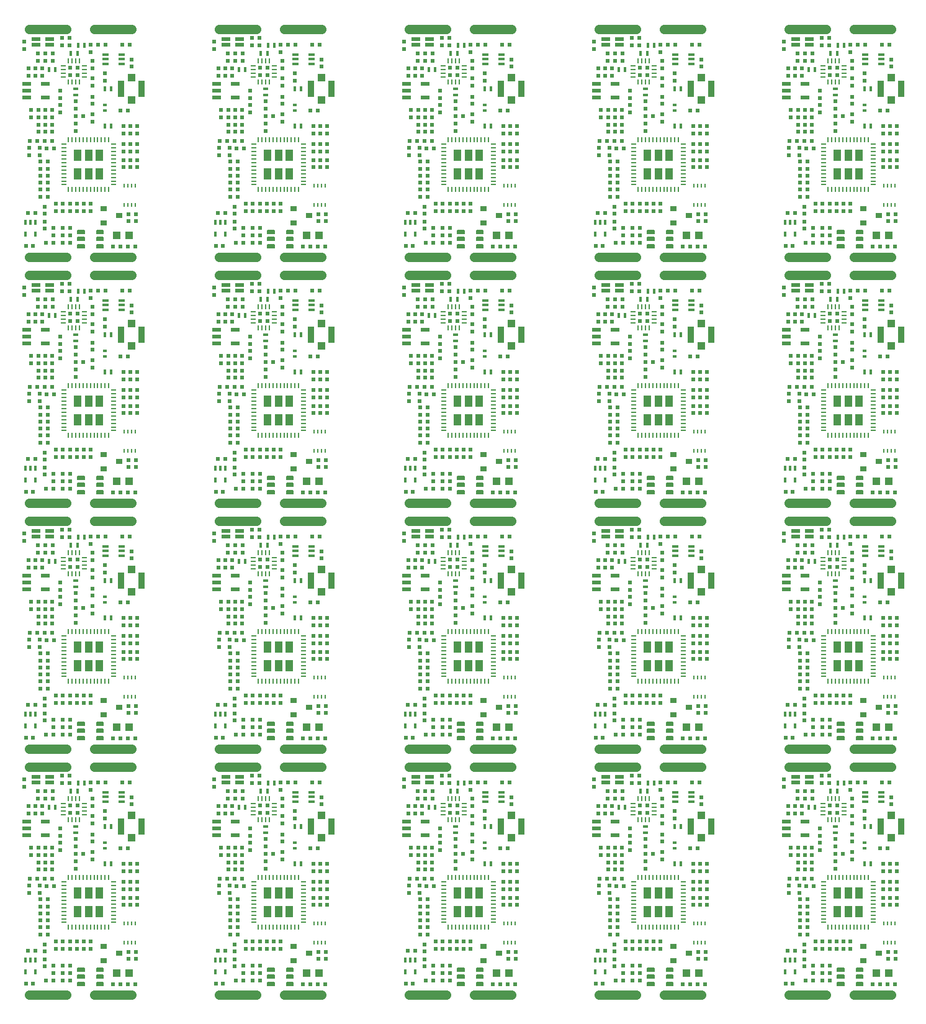
<source format=gtp>
G04 EAGLE Gerber RS-274X export*
G75*
%MOMM*%
%FSLAX34Y34*%
%LPD*%
%INSolderpaste Top*%
%IPPOS*%
%AMOC8*
5,1,8,0,0,1.08239X$1,22.5*%
G01*
%ADD10R,0.250000X0.700000*%
%ADD11R,0.700000X0.250000*%
%ADD12R,1.000000X1.500000*%
%ADD13R,0.250000X0.800000*%
%ADD14R,0.800000X0.250000*%
%ADD15R,0.600000X0.600000*%
%ADD16R,0.950000X0.450000*%
%ADD17R,0.850000X2.200000*%
%ADD18R,1.000000X1.050000*%
%ADD19R,0.400000X0.750000*%
%ADD20R,0.330200X0.685800*%
%ADD21R,0.500000X0.550000*%
%ADD22R,0.660400X0.355600*%
%ADD23R,0.355600X0.660400*%
%ADD24R,0.600000X0.400000*%
%ADD25R,1.150000X0.550000*%
%ADD26R,1.200000X0.550000*%
%ADD27R,1.100000X1.000000*%
%ADD28C,0.180000*%
%ADD29R,0.900000X0.800000*%
%ADD30C,1.270000*%
%ADD31R,0.250000X0.600000*%


D10*
X85530Y101890D03*
X90530Y101890D03*
X95530Y101890D03*
X100530Y101890D03*
X105530Y101890D03*
X110530Y101890D03*
X115530Y101890D03*
X120530Y101890D03*
X125530Y101890D03*
X130530Y101890D03*
X135530Y101890D03*
X140530Y101890D03*
D11*
X147030Y108390D03*
X147030Y113390D03*
X147030Y118390D03*
X147030Y123390D03*
X147030Y128390D03*
X147030Y133390D03*
X147030Y138390D03*
X147030Y143390D03*
X147030Y148390D03*
X147030Y153390D03*
X147030Y158390D03*
X147030Y163390D03*
D10*
X140530Y169890D03*
X135530Y169890D03*
X130530Y169890D03*
X125530Y169890D03*
X120530Y169890D03*
X115530Y169890D03*
X110530Y169890D03*
X105530Y169890D03*
X100530Y169890D03*
X95530Y169890D03*
X90530Y169890D03*
X85530Y169890D03*
D11*
X79030Y163390D03*
X79030Y158390D03*
X79030Y153390D03*
X79030Y148390D03*
X79030Y143390D03*
X79030Y138390D03*
X79030Y133390D03*
X79030Y128390D03*
X79030Y123390D03*
X79030Y118390D03*
X79030Y113390D03*
X79030Y108390D03*
D12*
X98030Y123390D03*
X98030Y148390D03*
X128030Y148390D03*
X128030Y123390D03*
X113030Y123390D03*
X113030Y148390D03*
D13*
X85210Y248390D03*
X90210Y248390D03*
X95210Y248390D03*
X100210Y248390D03*
D14*
X107210Y255390D03*
X107210Y260390D03*
X107210Y265390D03*
X107210Y270390D03*
D13*
X100210Y277390D03*
X95210Y277390D03*
X90210Y277390D03*
X85210Y277390D03*
D14*
X78210Y270390D03*
X78210Y265390D03*
X78210Y260390D03*
X78210Y255390D03*
D15*
X87710Y257890D03*
X87710Y267890D03*
X97710Y267890D03*
X97710Y257890D03*
D16*
X136320Y285900D03*
X136320Y279400D03*
X136320Y272900D03*
X158320Y272900D03*
X158320Y279400D03*
X158320Y285900D03*
D15*
X135810Y299085D03*
X125810Y299085D03*
X135255Y260270D03*
X135255Y250270D03*
X171450Y269320D03*
X171450Y279320D03*
D17*
X157700Y238760D03*
X185200Y238760D03*
D18*
X171450Y254010D03*
X171450Y223510D03*
D15*
X37385Y24765D03*
X27385Y24765D03*
D19*
X40155Y40645D03*
X27155Y40645D03*
D20*
X40386Y57150D03*
X33655Y57150D03*
X26924Y57150D03*
D15*
X40560Y69850D03*
X30560Y69850D03*
X156130Y24130D03*
X146130Y24130D03*
X158830Y299085D03*
X168830Y299085D03*
X166290Y209550D03*
X156290Y209550D03*
X179705Y178515D03*
X179705Y188515D03*
X160655Y178515D03*
X160655Y188515D03*
X170180Y178515D03*
X170180Y188515D03*
X179705Y153750D03*
X179705Y163750D03*
X160655Y153750D03*
X160655Y163750D03*
X170180Y153750D03*
X170180Y163750D03*
X68580Y82470D03*
X68580Y72470D03*
X87630Y82470D03*
X87630Y72470D03*
X78105Y82470D03*
X78105Y72470D03*
X97155Y82470D03*
X97155Y72470D03*
X116205Y82470D03*
X116205Y72470D03*
X106680Y82470D03*
X106680Y72470D03*
X47070Y92075D03*
X57070Y92075D03*
X57070Y101600D03*
X47070Y101600D03*
X34925Y200105D03*
X34925Y210105D03*
X44450Y190420D03*
X44450Y180420D03*
X63500Y190420D03*
X63500Y180420D03*
X53975Y190420D03*
X53975Y180420D03*
X57070Y111125D03*
X47070Y111125D03*
X57070Y120650D03*
X47070Y120650D03*
X57070Y139700D03*
X47070Y139700D03*
X57070Y130175D03*
X47070Y130175D03*
D21*
X32370Y158420D03*
X32370Y148920D03*
X46370Y148920D03*
X46370Y158420D03*
D15*
X63420Y167640D03*
X53420Y167640D03*
X33100Y167640D03*
X43100Y167640D03*
X55960Y157480D03*
X65960Y157480D03*
X63500Y200105D03*
X63500Y210105D03*
X53975Y200105D03*
X53975Y210105D03*
X44450Y200105D03*
X44450Y210105D03*
X95250Y181690D03*
X95250Y191690D03*
X95250Y212170D03*
X95250Y222170D03*
X105330Y201930D03*
X95330Y201930D03*
D22*
X95250Y230632D03*
X95250Y239268D03*
D15*
X76915Y308610D03*
X86915Y308610D03*
X86915Y298450D03*
X76915Y298450D03*
X74295Y226775D03*
X74295Y236775D03*
X74295Y207090D03*
X74295Y217090D03*
D23*
X59182Y265430D03*
X67818Y265430D03*
D15*
X50165Y267255D03*
X50165Y257255D03*
X40640Y267255D03*
X40640Y257255D03*
D23*
X89027Y287655D03*
X97663Y287655D03*
X98552Y298450D03*
X107188Y298450D03*
X144018Y187960D03*
X135382Y187960D03*
X144018Y238760D03*
X135382Y238760D03*
D24*
X135255Y209360D03*
X135255Y217360D03*
D15*
X116205Y289005D03*
X116205Y299005D03*
X64135Y287575D03*
X64135Y277575D03*
X53975Y287575D03*
X53975Y277575D03*
X43815Y287575D03*
X43815Y277575D03*
X118745Y243285D03*
X118745Y253285D03*
X118745Y267415D03*
X118745Y277415D03*
X31115Y267255D03*
X31115Y257255D03*
X179705Y142160D03*
X179705Y132160D03*
X160655Y142160D03*
X160655Y132160D03*
X170180Y142160D03*
X170180Y132160D03*
D25*
X41300Y306895D03*
X41300Y298895D03*
X60300Y298895D03*
X60300Y306895D03*
D15*
X166450Y24130D03*
X176450Y24130D03*
D26*
X28274Y246355D03*
X28274Y236855D03*
X28274Y227355D03*
X54276Y227355D03*
X54276Y246355D03*
D15*
X118745Y228520D03*
X118745Y218520D03*
X118745Y194390D03*
X118745Y204390D03*
X87550Y49530D03*
X77550Y49530D03*
D27*
X151520Y39370D03*
X168520Y39370D03*
D15*
X64770Y49450D03*
X64770Y39450D03*
D28*
X98220Y41690D02*
X106920Y41690D01*
X98220Y41690D02*
X98220Y45890D01*
X106920Y45890D01*
X106920Y41690D01*
X106920Y43400D02*
X98220Y43400D01*
X98220Y45110D02*
X106920Y45110D01*
X106920Y32190D02*
X98220Y32190D01*
X98220Y36390D01*
X106920Y36390D01*
X106920Y32190D01*
X106920Y33900D02*
X98220Y33900D01*
X98220Y35610D02*
X106920Y35610D01*
X106920Y22690D02*
X98220Y22690D01*
X98220Y26890D01*
X106920Y26890D01*
X106920Y22690D01*
X106920Y24400D02*
X98220Y24400D01*
X98220Y26110D02*
X106920Y26110D01*
X124220Y22690D02*
X132920Y22690D01*
X124220Y22690D02*
X124220Y26890D01*
X132920Y26890D01*
X132920Y22690D01*
X132920Y24400D02*
X124220Y24400D01*
X124220Y26110D02*
X132920Y26110D01*
X132920Y32190D02*
X124220Y32190D01*
X124220Y36390D01*
X132920Y36390D01*
X132920Y32190D01*
X132920Y33900D02*
X124220Y33900D01*
X124220Y35610D02*
X132920Y35610D01*
X132920Y41690D02*
X124220Y41690D01*
X124220Y45890D01*
X132920Y45890D01*
X132920Y41690D01*
X132920Y43400D02*
X124220Y43400D01*
X124220Y45110D02*
X132920Y45110D01*
D29*
X133510Y75540D03*
X133510Y56540D03*
X154510Y66040D03*
D15*
X64690Y29210D03*
X54690Y29210D03*
X87550Y39370D03*
X77550Y39370D03*
X87550Y29210D03*
X77550Y29210D03*
X53340Y58340D03*
X53340Y48340D03*
X53340Y68660D03*
X53340Y78660D03*
X25400Y293450D03*
X25400Y303450D03*
D30*
X31750Y9525D02*
X82550Y9525D01*
X120650Y9525D02*
X171450Y9525D01*
X171450Y320675D02*
X120650Y320675D01*
X82550Y320675D02*
X31750Y320675D01*
D31*
X176410Y107230D03*
X171410Y107230D03*
X166410Y107230D03*
X161410Y107230D03*
X161410Y80730D03*
X166410Y80730D03*
X171410Y80730D03*
X176410Y80730D03*
D15*
X177800Y68500D03*
X177800Y58500D03*
X167640Y68500D03*
X167640Y58500D03*
D10*
X344610Y101890D03*
X349610Y101890D03*
X354610Y101890D03*
X359610Y101890D03*
X364610Y101890D03*
X369610Y101890D03*
X374610Y101890D03*
X379610Y101890D03*
X384610Y101890D03*
X389610Y101890D03*
X394610Y101890D03*
X399610Y101890D03*
D11*
X406110Y108390D03*
X406110Y113390D03*
X406110Y118390D03*
X406110Y123390D03*
X406110Y128390D03*
X406110Y133390D03*
X406110Y138390D03*
X406110Y143390D03*
X406110Y148390D03*
X406110Y153390D03*
X406110Y158390D03*
X406110Y163390D03*
D10*
X399610Y169890D03*
X394610Y169890D03*
X389610Y169890D03*
X384610Y169890D03*
X379610Y169890D03*
X374610Y169890D03*
X369610Y169890D03*
X364610Y169890D03*
X359610Y169890D03*
X354610Y169890D03*
X349610Y169890D03*
X344610Y169890D03*
D11*
X338110Y163390D03*
X338110Y158390D03*
X338110Y153390D03*
X338110Y148390D03*
X338110Y143390D03*
X338110Y138390D03*
X338110Y133390D03*
X338110Y128390D03*
X338110Y123390D03*
X338110Y118390D03*
X338110Y113390D03*
X338110Y108390D03*
D12*
X357110Y123390D03*
X357110Y148390D03*
X387110Y148390D03*
X387110Y123390D03*
X372110Y123390D03*
X372110Y148390D03*
D13*
X344290Y248390D03*
X349290Y248390D03*
X354290Y248390D03*
X359290Y248390D03*
D14*
X366290Y255390D03*
X366290Y260390D03*
X366290Y265390D03*
X366290Y270390D03*
D13*
X359290Y277390D03*
X354290Y277390D03*
X349290Y277390D03*
X344290Y277390D03*
D14*
X337290Y270390D03*
X337290Y265390D03*
X337290Y260390D03*
X337290Y255390D03*
D15*
X346790Y257890D03*
X346790Y267890D03*
X356790Y267890D03*
X356790Y257890D03*
D16*
X395400Y285900D03*
X395400Y279400D03*
X395400Y272900D03*
X417400Y272900D03*
X417400Y279400D03*
X417400Y285900D03*
D15*
X394890Y299085D03*
X384890Y299085D03*
X394335Y260270D03*
X394335Y250270D03*
X430530Y269320D03*
X430530Y279320D03*
D17*
X416780Y238760D03*
X444280Y238760D03*
D18*
X430530Y254010D03*
X430530Y223510D03*
D15*
X296465Y24765D03*
X286465Y24765D03*
D19*
X299235Y40645D03*
X286235Y40645D03*
D20*
X299466Y57150D03*
X292735Y57150D03*
X286004Y57150D03*
D15*
X299640Y69850D03*
X289640Y69850D03*
X415210Y24130D03*
X405210Y24130D03*
X417910Y299085D03*
X427910Y299085D03*
X425370Y209550D03*
X415370Y209550D03*
X438785Y178515D03*
X438785Y188515D03*
X419735Y178515D03*
X419735Y188515D03*
X429260Y178515D03*
X429260Y188515D03*
X438785Y153750D03*
X438785Y163750D03*
X419735Y153750D03*
X419735Y163750D03*
X429260Y153750D03*
X429260Y163750D03*
X327660Y82470D03*
X327660Y72470D03*
X346710Y82470D03*
X346710Y72470D03*
X337185Y82470D03*
X337185Y72470D03*
X356235Y82470D03*
X356235Y72470D03*
X375285Y82470D03*
X375285Y72470D03*
X365760Y82470D03*
X365760Y72470D03*
X306150Y92075D03*
X316150Y92075D03*
X316150Y101600D03*
X306150Y101600D03*
X294005Y200105D03*
X294005Y210105D03*
X303530Y190420D03*
X303530Y180420D03*
X322580Y190420D03*
X322580Y180420D03*
X313055Y190420D03*
X313055Y180420D03*
X316150Y111125D03*
X306150Y111125D03*
X316150Y120650D03*
X306150Y120650D03*
X316150Y139700D03*
X306150Y139700D03*
X316150Y130175D03*
X306150Y130175D03*
D21*
X291450Y158420D03*
X291450Y148920D03*
X305450Y148920D03*
X305450Y158420D03*
D15*
X322500Y167640D03*
X312500Y167640D03*
X292180Y167640D03*
X302180Y167640D03*
X315040Y157480D03*
X325040Y157480D03*
X322580Y200105D03*
X322580Y210105D03*
X313055Y200105D03*
X313055Y210105D03*
X303530Y200105D03*
X303530Y210105D03*
X354330Y181690D03*
X354330Y191690D03*
X354330Y212170D03*
X354330Y222170D03*
X364410Y201930D03*
X354410Y201930D03*
D22*
X354330Y230632D03*
X354330Y239268D03*
D15*
X335995Y308610D03*
X345995Y308610D03*
X345995Y298450D03*
X335995Y298450D03*
X333375Y226775D03*
X333375Y236775D03*
X333375Y207090D03*
X333375Y217090D03*
D23*
X318262Y265430D03*
X326898Y265430D03*
D15*
X309245Y267255D03*
X309245Y257255D03*
X299720Y267255D03*
X299720Y257255D03*
D23*
X348107Y287655D03*
X356743Y287655D03*
X357632Y298450D03*
X366268Y298450D03*
X403098Y187960D03*
X394462Y187960D03*
X403098Y238760D03*
X394462Y238760D03*
D24*
X394335Y209360D03*
X394335Y217360D03*
D15*
X375285Y289005D03*
X375285Y299005D03*
X323215Y287575D03*
X323215Y277575D03*
X313055Y287575D03*
X313055Y277575D03*
X302895Y287575D03*
X302895Y277575D03*
X377825Y243285D03*
X377825Y253285D03*
X377825Y267415D03*
X377825Y277415D03*
X290195Y267255D03*
X290195Y257255D03*
X438785Y142160D03*
X438785Y132160D03*
X419735Y142160D03*
X419735Y132160D03*
X429260Y142160D03*
X429260Y132160D03*
D25*
X300380Y306895D03*
X300380Y298895D03*
X319380Y298895D03*
X319380Y306895D03*
D15*
X425530Y24130D03*
X435530Y24130D03*
D26*
X287354Y246355D03*
X287354Y236855D03*
X287354Y227355D03*
X313356Y227355D03*
X313356Y246355D03*
D15*
X377825Y228520D03*
X377825Y218520D03*
X377825Y194390D03*
X377825Y204390D03*
X346630Y49530D03*
X336630Y49530D03*
D27*
X410600Y39370D03*
X427600Y39370D03*
D15*
X323850Y49450D03*
X323850Y39450D03*
D28*
X357300Y41690D02*
X366000Y41690D01*
X357300Y41690D02*
X357300Y45890D01*
X366000Y45890D01*
X366000Y41690D01*
X366000Y43400D02*
X357300Y43400D01*
X357300Y45110D02*
X366000Y45110D01*
X366000Y32190D02*
X357300Y32190D01*
X357300Y36390D01*
X366000Y36390D01*
X366000Y32190D01*
X366000Y33900D02*
X357300Y33900D01*
X357300Y35610D02*
X366000Y35610D01*
X366000Y22690D02*
X357300Y22690D01*
X357300Y26890D01*
X366000Y26890D01*
X366000Y22690D01*
X366000Y24400D02*
X357300Y24400D01*
X357300Y26110D02*
X366000Y26110D01*
X383300Y22690D02*
X392000Y22690D01*
X383300Y22690D02*
X383300Y26890D01*
X392000Y26890D01*
X392000Y22690D01*
X392000Y24400D02*
X383300Y24400D01*
X383300Y26110D02*
X392000Y26110D01*
X392000Y32190D02*
X383300Y32190D01*
X383300Y36390D01*
X392000Y36390D01*
X392000Y32190D01*
X392000Y33900D02*
X383300Y33900D01*
X383300Y35610D02*
X392000Y35610D01*
X392000Y41690D02*
X383300Y41690D01*
X383300Y45890D01*
X392000Y45890D01*
X392000Y41690D01*
X392000Y43400D02*
X383300Y43400D01*
X383300Y45110D02*
X392000Y45110D01*
D29*
X392590Y75540D03*
X392590Y56540D03*
X413590Y66040D03*
D15*
X323770Y29210D03*
X313770Y29210D03*
X346630Y39370D03*
X336630Y39370D03*
X346630Y29210D03*
X336630Y29210D03*
X312420Y58340D03*
X312420Y48340D03*
X312420Y68660D03*
X312420Y78660D03*
X284480Y293450D03*
X284480Y303450D03*
D30*
X290830Y9525D02*
X341630Y9525D01*
X379730Y9525D02*
X430530Y9525D01*
X430530Y320675D02*
X379730Y320675D01*
X341630Y320675D02*
X290830Y320675D01*
D31*
X435490Y107230D03*
X430490Y107230D03*
X425490Y107230D03*
X420490Y107230D03*
X420490Y80730D03*
X425490Y80730D03*
X430490Y80730D03*
X435490Y80730D03*
D15*
X436880Y68500D03*
X436880Y58500D03*
X426720Y68500D03*
X426720Y58500D03*
D10*
X603690Y101890D03*
X608690Y101890D03*
X613690Y101890D03*
X618690Y101890D03*
X623690Y101890D03*
X628690Y101890D03*
X633690Y101890D03*
X638690Y101890D03*
X643690Y101890D03*
X648690Y101890D03*
X653690Y101890D03*
X658690Y101890D03*
D11*
X665190Y108390D03*
X665190Y113390D03*
X665190Y118390D03*
X665190Y123390D03*
X665190Y128390D03*
X665190Y133390D03*
X665190Y138390D03*
X665190Y143390D03*
X665190Y148390D03*
X665190Y153390D03*
X665190Y158390D03*
X665190Y163390D03*
D10*
X658690Y169890D03*
X653690Y169890D03*
X648690Y169890D03*
X643690Y169890D03*
X638690Y169890D03*
X633690Y169890D03*
X628690Y169890D03*
X623690Y169890D03*
X618690Y169890D03*
X613690Y169890D03*
X608690Y169890D03*
X603690Y169890D03*
D11*
X597190Y163390D03*
X597190Y158390D03*
X597190Y153390D03*
X597190Y148390D03*
X597190Y143390D03*
X597190Y138390D03*
X597190Y133390D03*
X597190Y128390D03*
X597190Y123390D03*
X597190Y118390D03*
X597190Y113390D03*
X597190Y108390D03*
D12*
X616190Y123390D03*
X616190Y148390D03*
X646190Y148390D03*
X646190Y123390D03*
X631190Y123390D03*
X631190Y148390D03*
D13*
X603370Y248390D03*
X608370Y248390D03*
X613370Y248390D03*
X618370Y248390D03*
D14*
X625370Y255390D03*
X625370Y260390D03*
X625370Y265390D03*
X625370Y270390D03*
D13*
X618370Y277390D03*
X613370Y277390D03*
X608370Y277390D03*
X603370Y277390D03*
D14*
X596370Y270390D03*
X596370Y265390D03*
X596370Y260390D03*
X596370Y255390D03*
D15*
X605870Y257890D03*
X605870Y267890D03*
X615870Y267890D03*
X615870Y257890D03*
D16*
X654480Y285900D03*
X654480Y279400D03*
X654480Y272900D03*
X676480Y272900D03*
X676480Y279400D03*
X676480Y285900D03*
D15*
X653970Y299085D03*
X643970Y299085D03*
X653415Y260270D03*
X653415Y250270D03*
X689610Y269320D03*
X689610Y279320D03*
D17*
X675860Y238760D03*
X703360Y238760D03*
D18*
X689610Y254010D03*
X689610Y223510D03*
D15*
X555545Y24765D03*
X545545Y24765D03*
D19*
X558315Y40645D03*
X545315Y40645D03*
D20*
X558546Y57150D03*
X551815Y57150D03*
X545084Y57150D03*
D15*
X558720Y69850D03*
X548720Y69850D03*
X674290Y24130D03*
X664290Y24130D03*
X676990Y299085D03*
X686990Y299085D03*
X684450Y209550D03*
X674450Y209550D03*
X697865Y178515D03*
X697865Y188515D03*
X678815Y178515D03*
X678815Y188515D03*
X688340Y178515D03*
X688340Y188515D03*
X697865Y153750D03*
X697865Y163750D03*
X678815Y153750D03*
X678815Y163750D03*
X688340Y153750D03*
X688340Y163750D03*
X586740Y82470D03*
X586740Y72470D03*
X605790Y82470D03*
X605790Y72470D03*
X596265Y82470D03*
X596265Y72470D03*
X615315Y82470D03*
X615315Y72470D03*
X634365Y82470D03*
X634365Y72470D03*
X624840Y82470D03*
X624840Y72470D03*
X565230Y92075D03*
X575230Y92075D03*
X575230Y101600D03*
X565230Y101600D03*
X553085Y200105D03*
X553085Y210105D03*
X562610Y190420D03*
X562610Y180420D03*
X581660Y190420D03*
X581660Y180420D03*
X572135Y190420D03*
X572135Y180420D03*
X575230Y111125D03*
X565230Y111125D03*
X575230Y120650D03*
X565230Y120650D03*
X575230Y139700D03*
X565230Y139700D03*
X575230Y130175D03*
X565230Y130175D03*
D21*
X550530Y158420D03*
X550530Y148920D03*
X564530Y148920D03*
X564530Y158420D03*
D15*
X581580Y167640D03*
X571580Y167640D03*
X551260Y167640D03*
X561260Y167640D03*
X574120Y157480D03*
X584120Y157480D03*
X581660Y200105D03*
X581660Y210105D03*
X572135Y200105D03*
X572135Y210105D03*
X562610Y200105D03*
X562610Y210105D03*
X613410Y181690D03*
X613410Y191690D03*
X613410Y212170D03*
X613410Y222170D03*
X623490Y201930D03*
X613490Y201930D03*
D22*
X613410Y230632D03*
X613410Y239268D03*
D15*
X595075Y308610D03*
X605075Y308610D03*
X605075Y298450D03*
X595075Y298450D03*
X592455Y226775D03*
X592455Y236775D03*
X592455Y207090D03*
X592455Y217090D03*
D23*
X577342Y265430D03*
X585978Y265430D03*
D15*
X568325Y267255D03*
X568325Y257255D03*
X558800Y267255D03*
X558800Y257255D03*
D23*
X607187Y287655D03*
X615823Y287655D03*
X616712Y298450D03*
X625348Y298450D03*
X662178Y187960D03*
X653542Y187960D03*
X662178Y238760D03*
X653542Y238760D03*
D24*
X653415Y209360D03*
X653415Y217360D03*
D15*
X634365Y289005D03*
X634365Y299005D03*
X582295Y287575D03*
X582295Y277575D03*
X572135Y287575D03*
X572135Y277575D03*
X561975Y287575D03*
X561975Y277575D03*
X636905Y243285D03*
X636905Y253285D03*
X636905Y267415D03*
X636905Y277415D03*
X549275Y267255D03*
X549275Y257255D03*
X697865Y142160D03*
X697865Y132160D03*
X678815Y142160D03*
X678815Y132160D03*
X688340Y142160D03*
X688340Y132160D03*
D25*
X559460Y306895D03*
X559460Y298895D03*
X578460Y298895D03*
X578460Y306895D03*
D15*
X684610Y24130D03*
X694610Y24130D03*
D26*
X546434Y246355D03*
X546434Y236855D03*
X546434Y227355D03*
X572436Y227355D03*
X572436Y246355D03*
D15*
X636905Y228520D03*
X636905Y218520D03*
X636905Y194390D03*
X636905Y204390D03*
X605710Y49530D03*
X595710Y49530D03*
D27*
X669680Y39370D03*
X686680Y39370D03*
D15*
X582930Y49450D03*
X582930Y39450D03*
D28*
X616380Y41690D02*
X625080Y41690D01*
X616380Y41690D02*
X616380Y45890D01*
X625080Y45890D01*
X625080Y41690D01*
X625080Y43400D02*
X616380Y43400D01*
X616380Y45110D02*
X625080Y45110D01*
X625080Y32190D02*
X616380Y32190D01*
X616380Y36390D01*
X625080Y36390D01*
X625080Y32190D01*
X625080Y33900D02*
X616380Y33900D01*
X616380Y35610D02*
X625080Y35610D01*
X625080Y22690D02*
X616380Y22690D01*
X616380Y26890D01*
X625080Y26890D01*
X625080Y22690D01*
X625080Y24400D02*
X616380Y24400D01*
X616380Y26110D02*
X625080Y26110D01*
X642380Y22690D02*
X651080Y22690D01*
X642380Y22690D02*
X642380Y26890D01*
X651080Y26890D01*
X651080Y22690D01*
X651080Y24400D02*
X642380Y24400D01*
X642380Y26110D02*
X651080Y26110D01*
X651080Y32190D02*
X642380Y32190D01*
X642380Y36390D01*
X651080Y36390D01*
X651080Y32190D01*
X651080Y33900D02*
X642380Y33900D01*
X642380Y35610D02*
X651080Y35610D01*
X651080Y41690D02*
X642380Y41690D01*
X642380Y45890D01*
X651080Y45890D01*
X651080Y41690D01*
X651080Y43400D02*
X642380Y43400D01*
X642380Y45110D02*
X651080Y45110D01*
D29*
X651670Y75540D03*
X651670Y56540D03*
X672670Y66040D03*
D15*
X582850Y29210D03*
X572850Y29210D03*
X605710Y39370D03*
X595710Y39370D03*
X605710Y29210D03*
X595710Y29210D03*
X571500Y58340D03*
X571500Y48340D03*
X571500Y68660D03*
X571500Y78660D03*
X543560Y293450D03*
X543560Y303450D03*
D30*
X549910Y9525D02*
X600710Y9525D01*
X638810Y9525D02*
X689610Y9525D01*
X689610Y320675D02*
X638810Y320675D01*
X600710Y320675D02*
X549910Y320675D01*
D31*
X694570Y107230D03*
X689570Y107230D03*
X684570Y107230D03*
X679570Y107230D03*
X679570Y80730D03*
X684570Y80730D03*
X689570Y80730D03*
X694570Y80730D03*
D15*
X695960Y68500D03*
X695960Y58500D03*
X685800Y68500D03*
X685800Y58500D03*
D10*
X862770Y101890D03*
X867770Y101890D03*
X872770Y101890D03*
X877770Y101890D03*
X882770Y101890D03*
X887770Y101890D03*
X892770Y101890D03*
X897770Y101890D03*
X902770Y101890D03*
X907770Y101890D03*
X912770Y101890D03*
X917770Y101890D03*
D11*
X924270Y108390D03*
X924270Y113390D03*
X924270Y118390D03*
X924270Y123390D03*
X924270Y128390D03*
X924270Y133390D03*
X924270Y138390D03*
X924270Y143390D03*
X924270Y148390D03*
X924270Y153390D03*
X924270Y158390D03*
X924270Y163390D03*
D10*
X917770Y169890D03*
X912770Y169890D03*
X907770Y169890D03*
X902770Y169890D03*
X897770Y169890D03*
X892770Y169890D03*
X887770Y169890D03*
X882770Y169890D03*
X877770Y169890D03*
X872770Y169890D03*
X867770Y169890D03*
X862770Y169890D03*
D11*
X856270Y163390D03*
X856270Y158390D03*
X856270Y153390D03*
X856270Y148390D03*
X856270Y143390D03*
X856270Y138390D03*
X856270Y133390D03*
X856270Y128390D03*
X856270Y123390D03*
X856270Y118390D03*
X856270Y113390D03*
X856270Y108390D03*
D12*
X875270Y123390D03*
X875270Y148390D03*
X905270Y148390D03*
X905270Y123390D03*
X890270Y123390D03*
X890270Y148390D03*
D13*
X862450Y248390D03*
X867450Y248390D03*
X872450Y248390D03*
X877450Y248390D03*
D14*
X884450Y255390D03*
X884450Y260390D03*
X884450Y265390D03*
X884450Y270390D03*
D13*
X877450Y277390D03*
X872450Y277390D03*
X867450Y277390D03*
X862450Y277390D03*
D14*
X855450Y270390D03*
X855450Y265390D03*
X855450Y260390D03*
X855450Y255390D03*
D15*
X864950Y257890D03*
X864950Y267890D03*
X874950Y267890D03*
X874950Y257890D03*
D16*
X913560Y285900D03*
X913560Y279400D03*
X913560Y272900D03*
X935560Y272900D03*
X935560Y279400D03*
X935560Y285900D03*
D15*
X913050Y299085D03*
X903050Y299085D03*
X912495Y260270D03*
X912495Y250270D03*
X948690Y269320D03*
X948690Y279320D03*
D17*
X934940Y238760D03*
X962440Y238760D03*
D18*
X948690Y254010D03*
X948690Y223510D03*
D15*
X814625Y24765D03*
X804625Y24765D03*
D19*
X817395Y40645D03*
X804395Y40645D03*
D20*
X817626Y57150D03*
X810895Y57150D03*
X804164Y57150D03*
D15*
X817800Y69850D03*
X807800Y69850D03*
X933370Y24130D03*
X923370Y24130D03*
X936070Y299085D03*
X946070Y299085D03*
X943530Y209550D03*
X933530Y209550D03*
X956945Y178515D03*
X956945Y188515D03*
X937895Y178515D03*
X937895Y188515D03*
X947420Y178515D03*
X947420Y188515D03*
X956945Y153750D03*
X956945Y163750D03*
X937895Y153750D03*
X937895Y163750D03*
X947420Y153750D03*
X947420Y163750D03*
X845820Y82470D03*
X845820Y72470D03*
X864870Y82470D03*
X864870Y72470D03*
X855345Y82470D03*
X855345Y72470D03*
X874395Y82470D03*
X874395Y72470D03*
X893445Y82470D03*
X893445Y72470D03*
X883920Y82470D03*
X883920Y72470D03*
X824310Y92075D03*
X834310Y92075D03*
X834310Y101600D03*
X824310Y101600D03*
X812165Y200105D03*
X812165Y210105D03*
X821690Y190420D03*
X821690Y180420D03*
X840740Y190420D03*
X840740Y180420D03*
X831215Y190420D03*
X831215Y180420D03*
X834310Y111125D03*
X824310Y111125D03*
X834310Y120650D03*
X824310Y120650D03*
X834310Y139700D03*
X824310Y139700D03*
X834310Y130175D03*
X824310Y130175D03*
D21*
X809610Y158420D03*
X809610Y148920D03*
X823610Y148920D03*
X823610Y158420D03*
D15*
X840660Y167640D03*
X830660Y167640D03*
X810340Y167640D03*
X820340Y167640D03*
X833200Y157480D03*
X843200Y157480D03*
X840740Y200105D03*
X840740Y210105D03*
X831215Y200105D03*
X831215Y210105D03*
X821690Y200105D03*
X821690Y210105D03*
X872490Y181690D03*
X872490Y191690D03*
X872490Y212170D03*
X872490Y222170D03*
X882570Y201930D03*
X872570Y201930D03*
D22*
X872490Y230632D03*
X872490Y239268D03*
D15*
X854155Y308610D03*
X864155Y308610D03*
X864155Y298450D03*
X854155Y298450D03*
X851535Y226775D03*
X851535Y236775D03*
X851535Y207090D03*
X851535Y217090D03*
D23*
X836422Y265430D03*
X845058Y265430D03*
D15*
X827405Y267255D03*
X827405Y257255D03*
X817880Y267255D03*
X817880Y257255D03*
D23*
X866267Y287655D03*
X874903Y287655D03*
X875792Y298450D03*
X884428Y298450D03*
X921258Y187960D03*
X912622Y187960D03*
X921258Y238760D03*
X912622Y238760D03*
D24*
X912495Y209360D03*
X912495Y217360D03*
D15*
X893445Y289005D03*
X893445Y299005D03*
X841375Y287575D03*
X841375Y277575D03*
X831215Y287575D03*
X831215Y277575D03*
X821055Y287575D03*
X821055Y277575D03*
X895985Y243285D03*
X895985Y253285D03*
X895985Y267415D03*
X895985Y277415D03*
X808355Y267255D03*
X808355Y257255D03*
X956945Y142160D03*
X956945Y132160D03*
X937895Y142160D03*
X937895Y132160D03*
X947420Y142160D03*
X947420Y132160D03*
D25*
X818540Y306895D03*
X818540Y298895D03*
X837540Y298895D03*
X837540Y306895D03*
D15*
X943690Y24130D03*
X953690Y24130D03*
D26*
X805514Y246355D03*
X805514Y236855D03*
X805514Y227355D03*
X831516Y227355D03*
X831516Y246355D03*
D15*
X895985Y228520D03*
X895985Y218520D03*
X895985Y194390D03*
X895985Y204390D03*
X864790Y49530D03*
X854790Y49530D03*
D27*
X928760Y39370D03*
X945760Y39370D03*
D15*
X842010Y49450D03*
X842010Y39450D03*
D28*
X875460Y41690D02*
X884160Y41690D01*
X875460Y41690D02*
X875460Y45890D01*
X884160Y45890D01*
X884160Y41690D01*
X884160Y43400D02*
X875460Y43400D01*
X875460Y45110D02*
X884160Y45110D01*
X884160Y32190D02*
X875460Y32190D01*
X875460Y36390D01*
X884160Y36390D01*
X884160Y32190D01*
X884160Y33900D02*
X875460Y33900D01*
X875460Y35610D02*
X884160Y35610D01*
X884160Y22690D02*
X875460Y22690D01*
X875460Y26890D01*
X884160Y26890D01*
X884160Y22690D01*
X884160Y24400D02*
X875460Y24400D01*
X875460Y26110D02*
X884160Y26110D01*
X901460Y22690D02*
X910160Y22690D01*
X901460Y22690D02*
X901460Y26890D01*
X910160Y26890D01*
X910160Y22690D01*
X910160Y24400D02*
X901460Y24400D01*
X901460Y26110D02*
X910160Y26110D01*
X910160Y32190D02*
X901460Y32190D01*
X901460Y36390D01*
X910160Y36390D01*
X910160Y32190D01*
X910160Y33900D02*
X901460Y33900D01*
X901460Y35610D02*
X910160Y35610D01*
X910160Y41690D02*
X901460Y41690D01*
X901460Y45890D01*
X910160Y45890D01*
X910160Y41690D01*
X910160Y43400D02*
X901460Y43400D01*
X901460Y45110D02*
X910160Y45110D01*
D29*
X910750Y75540D03*
X910750Y56540D03*
X931750Y66040D03*
D15*
X841930Y29210D03*
X831930Y29210D03*
X864790Y39370D03*
X854790Y39370D03*
X864790Y29210D03*
X854790Y29210D03*
X830580Y58340D03*
X830580Y48340D03*
X830580Y68660D03*
X830580Y78660D03*
X802640Y293450D03*
X802640Y303450D03*
D30*
X808990Y9525D02*
X859790Y9525D01*
X897890Y9525D02*
X948690Y9525D01*
X948690Y320675D02*
X897890Y320675D01*
X859790Y320675D02*
X808990Y320675D01*
D31*
X953650Y107230D03*
X948650Y107230D03*
X943650Y107230D03*
X938650Y107230D03*
X938650Y80730D03*
X943650Y80730D03*
X948650Y80730D03*
X953650Y80730D03*
D15*
X955040Y68500D03*
X955040Y58500D03*
X944880Y68500D03*
X944880Y58500D03*
D10*
X1121850Y101890D03*
X1126850Y101890D03*
X1131850Y101890D03*
X1136850Y101890D03*
X1141850Y101890D03*
X1146850Y101890D03*
X1151850Y101890D03*
X1156850Y101890D03*
X1161850Y101890D03*
X1166850Y101890D03*
X1171850Y101890D03*
X1176850Y101890D03*
D11*
X1183350Y108390D03*
X1183350Y113390D03*
X1183350Y118390D03*
X1183350Y123390D03*
X1183350Y128390D03*
X1183350Y133390D03*
X1183350Y138390D03*
X1183350Y143390D03*
X1183350Y148390D03*
X1183350Y153390D03*
X1183350Y158390D03*
X1183350Y163390D03*
D10*
X1176850Y169890D03*
X1171850Y169890D03*
X1166850Y169890D03*
X1161850Y169890D03*
X1156850Y169890D03*
X1151850Y169890D03*
X1146850Y169890D03*
X1141850Y169890D03*
X1136850Y169890D03*
X1131850Y169890D03*
X1126850Y169890D03*
X1121850Y169890D03*
D11*
X1115350Y163390D03*
X1115350Y158390D03*
X1115350Y153390D03*
X1115350Y148390D03*
X1115350Y143390D03*
X1115350Y138390D03*
X1115350Y133390D03*
X1115350Y128390D03*
X1115350Y123390D03*
X1115350Y118390D03*
X1115350Y113390D03*
X1115350Y108390D03*
D12*
X1134350Y123390D03*
X1134350Y148390D03*
X1164350Y148390D03*
X1164350Y123390D03*
X1149350Y123390D03*
X1149350Y148390D03*
D13*
X1121530Y248390D03*
X1126530Y248390D03*
X1131530Y248390D03*
X1136530Y248390D03*
D14*
X1143530Y255390D03*
X1143530Y260390D03*
X1143530Y265390D03*
X1143530Y270390D03*
D13*
X1136530Y277390D03*
X1131530Y277390D03*
X1126530Y277390D03*
X1121530Y277390D03*
D14*
X1114530Y270390D03*
X1114530Y265390D03*
X1114530Y260390D03*
X1114530Y255390D03*
D15*
X1124030Y257890D03*
X1124030Y267890D03*
X1134030Y267890D03*
X1134030Y257890D03*
D16*
X1172640Y285900D03*
X1172640Y279400D03*
X1172640Y272900D03*
X1194640Y272900D03*
X1194640Y279400D03*
X1194640Y285900D03*
D15*
X1172130Y299085D03*
X1162130Y299085D03*
X1171575Y260270D03*
X1171575Y250270D03*
X1207770Y269320D03*
X1207770Y279320D03*
D17*
X1194020Y238760D03*
X1221520Y238760D03*
D18*
X1207770Y254010D03*
X1207770Y223510D03*
D15*
X1073705Y24765D03*
X1063705Y24765D03*
D19*
X1076475Y40645D03*
X1063475Y40645D03*
D20*
X1076706Y57150D03*
X1069975Y57150D03*
X1063244Y57150D03*
D15*
X1076880Y69850D03*
X1066880Y69850D03*
X1192450Y24130D03*
X1182450Y24130D03*
X1195150Y299085D03*
X1205150Y299085D03*
X1202610Y209550D03*
X1192610Y209550D03*
X1216025Y178515D03*
X1216025Y188515D03*
X1196975Y178515D03*
X1196975Y188515D03*
X1206500Y178515D03*
X1206500Y188515D03*
X1216025Y153750D03*
X1216025Y163750D03*
X1196975Y153750D03*
X1196975Y163750D03*
X1206500Y153750D03*
X1206500Y163750D03*
X1104900Y82470D03*
X1104900Y72470D03*
X1123950Y82470D03*
X1123950Y72470D03*
X1114425Y82470D03*
X1114425Y72470D03*
X1133475Y82470D03*
X1133475Y72470D03*
X1152525Y82470D03*
X1152525Y72470D03*
X1143000Y82470D03*
X1143000Y72470D03*
X1083390Y92075D03*
X1093390Y92075D03*
X1093390Y101600D03*
X1083390Y101600D03*
X1071245Y200105D03*
X1071245Y210105D03*
X1080770Y190420D03*
X1080770Y180420D03*
X1099820Y190420D03*
X1099820Y180420D03*
X1090295Y190420D03*
X1090295Y180420D03*
X1093390Y111125D03*
X1083390Y111125D03*
X1093390Y120650D03*
X1083390Y120650D03*
X1093390Y139700D03*
X1083390Y139700D03*
X1093390Y130175D03*
X1083390Y130175D03*
D21*
X1068690Y158420D03*
X1068690Y148920D03*
X1082690Y148920D03*
X1082690Y158420D03*
D15*
X1099740Y167640D03*
X1089740Y167640D03*
X1069420Y167640D03*
X1079420Y167640D03*
X1092280Y157480D03*
X1102280Y157480D03*
X1099820Y200105D03*
X1099820Y210105D03*
X1090295Y200105D03*
X1090295Y210105D03*
X1080770Y200105D03*
X1080770Y210105D03*
X1131570Y181690D03*
X1131570Y191690D03*
X1131570Y212170D03*
X1131570Y222170D03*
X1141650Y201930D03*
X1131650Y201930D03*
D22*
X1131570Y230632D03*
X1131570Y239268D03*
D15*
X1113235Y308610D03*
X1123235Y308610D03*
X1123235Y298450D03*
X1113235Y298450D03*
X1110615Y226775D03*
X1110615Y236775D03*
X1110615Y207090D03*
X1110615Y217090D03*
D23*
X1095502Y265430D03*
X1104138Y265430D03*
D15*
X1086485Y267255D03*
X1086485Y257255D03*
X1076960Y267255D03*
X1076960Y257255D03*
D23*
X1125347Y287655D03*
X1133983Y287655D03*
X1134872Y298450D03*
X1143508Y298450D03*
X1180338Y187960D03*
X1171702Y187960D03*
X1180338Y238760D03*
X1171702Y238760D03*
D24*
X1171575Y209360D03*
X1171575Y217360D03*
D15*
X1152525Y289005D03*
X1152525Y299005D03*
X1100455Y287575D03*
X1100455Y277575D03*
X1090295Y287575D03*
X1090295Y277575D03*
X1080135Y287575D03*
X1080135Y277575D03*
X1155065Y243285D03*
X1155065Y253285D03*
X1155065Y267415D03*
X1155065Y277415D03*
X1067435Y267255D03*
X1067435Y257255D03*
X1216025Y142160D03*
X1216025Y132160D03*
X1196975Y142160D03*
X1196975Y132160D03*
X1206500Y142160D03*
X1206500Y132160D03*
D25*
X1077620Y306895D03*
X1077620Y298895D03*
X1096620Y298895D03*
X1096620Y306895D03*
D15*
X1202770Y24130D03*
X1212770Y24130D03*
D26*
X1064594Y246355D03*
X1064594Y236855D03*
X1064594Y227355D03*
X1090596Y227355D03*
X1090596Y246355D03*
D15*
X1155065Y228520D03*
X1155065Y218520D03*
X1155065Y194390D03*
X1155065Y204390D03*
X1123870Y49530D03*
X1113870Y49530D03*
D27*
X1187840Y39370D03*
X1204840Y39370D03*
D15*
X1101090Y49450D03*
X1101090Y39450D03*
D28*
X1134540Y41690D02*
X1143240Y41690D01*
X1134540Y41690D02*
X1134540Y45890D01*
X1143240Y45890D01*
X1143240Y41690D01*
X1143240Y43400D02*
X1134540Y43400D01*
X1134540Y45110D02*
X1143240Y45110D01*
X1143240Y32190D02*
X1134540Y32190D01*
X1134540Y36390D01*
X1143240Y36390D01*
X1143240Y32190D01*
X1143240Y33900D02*
X1134540Y33900D01*
X1134540Y35610D02*
X1143240Y35610D01*
X1143240Y22690D02*
X1134540Y22690D01*
X1134540Y26890D01*
X1143240Y26890D01*
X1143240Y22690D01*
X1143240Y24400D02*
X1134540Y24400D01*
X1134540Y26110D02*
X1143240Y26110D01*
X1160540Y22690D02*
X1169240Y22690D01*
X1160540Y22690D02*
X1160540Y26890D01*
X1169240Y26890D01*
X1169240Y22690D01*
X1169240Y24400D02*
X1160540Y24400D01*
X1160540Y26110D02*
X1169240Y26110D01*
X1169240Y32190D02*
X1160540Y32190D01*
X1160540Y36390D01*
X1169240Y36390D01*
X1169240Y32190D01*
X1169240Y33900D02*
X1160540Y33900D01*
X1160540Y35610D02*
X1169240Y35610D01*
X1169240Y41690D02*
X1160540Y41690D01*
X1160540Y45890D01*
X1169240Y45890D01*
X1169240Y41690D01*
X1169240Y43400D02*
X1160540Y43400D01*
X1160540Y45110D02*
X1169240Y45110D01*
D29*
X1169830Y75540D03*
X1169830Y56540D03*
X1190830Y66040D03*
D15*
X1101010Y29210D03*
X1091010Y29210D03*
X1123870Y39370D03*
X1113870Y39370D03*
X1123870Y29210D03*
X1113870Y29210D03*
X1089660Y58340D03*
X1089660Y48340D03*
X1089660Y68660D03*
X1089660Y78660D03*
X1061720Y293450D03*
X1061720Y303450D03*
D30*
X1068070Y9525D02*
X1118870Y9525D01*
X1156970Y9525D02*
X1207770Y9525D01*
X1207770Y320675D02*
X1156970Y320675D01*
X1118870Y320675D02*
X1068070Y320675D01*
D31*
X1212730Y107230D03*
X1207730Y107230D03*
X1202730Y107230D03*
X1197730Y107230D03*
X1197730Y80730D03*
X1202730Y80730D03*
X1207730Y80730D03*
X1212730Y80730D03*
D15*
X1214120Y68500D03*
X1214120Y58500D03*
X1203960Y68500D03*
X1203960Y58500D03*
D10*
X85530Y437170D03*
X90530Y437170D03*
X95530Y437170D03*
X100530Y437170D03*
X105530Y437170D03*
X110530Y437170D03*
X115530Y437170D03*
X120530Y437170D03*
X125530Y437170D03*
X130530Y437170D03*
X135530Y437170D03*
X140530Y437170D03*
D11*
X147030Y443670D03*
X147030Y448670D03*
X147030Y453670D03*
X147030Y458670D03*
X147030Y463670D03*
X147030Y468670D03*
X147030Y473670D03*
X147030Y478670D03*
X147030Y483670D03*
X147030Y488670D03*
X147030Y493670D03*
X147030Y498670D03*
D10*
X140530Y505170D03*
X135530Y505170D03*
X130530Y505170D03*
X125530Y505170D03*
X120530Y505170D03*
X115530Y505170D03*
X110530Y505170D03*
X105530Y505170D03*
X100530Y505170D03*
X95530Y505170D03*
X90530Y505170D03*
X85530Y505170D03*
D11*
X79030Y498670D03*
X79030Y493670D03*
X79030Y488670D03*
X79030Y483670D03*
X79030Y478670D03*
X79030Y473670D03*
X79030Y468670D03*
X79030Y463670D03*
X79030Y458670D03*
X79030Y453670D03*
X79030Y448670D03*
X79030Y443670D03*
D12*
X98030Y458670D03*
X98030Y483670D03*
X128030Y483670D03*
X128030Y458670D03*
X113030Y458670D03*
X113030Y483670D03*
D13*
X85210Y583670D03*
X90210Y583670D03*
X95210Y583670D03*
X100210Y583670D03*
D14*
X107210Y590670D03*
X107210Y595670D03*
X107210Y600670D03*
X107210Y605670D03*
D13*
X100210Y612670D03*
X95210Y612670D03*
X90210Y612670D03*
X85210Y612670D03*
D14*
X78210Y605670D03*
X78210Y600670D03*
X78210Y595670D03*
X78210Y590670D03*
D15*
X87710Y593170D03*
X87710Y603170D03*
X97710Y603170D03*
X97710Y593170D03*
D16*
X136320Y621180D03*
X136320Y614680D03*
X136320Y608180D03*
X158320Y608180D03*
X158320Y614680D03*
X158320Y621180D03*
D15*
X135810Y634365D03*
X125810Y634365D03*
X135255Y595550D03*
X135255Y585550D03*
X171450Y604600D03*
X171450Y614600D03*
D17*
X157700Y574040D03*
X185200Y574040D03*
D18*
X171450Y589290D03*
X171450Y558790D03*
D15*
X37385Y360045D03*
X27385Y360045D03*
D19*
X40155Y375925D03*
X27155Y375925D03*
D20*
X40386Y392430D03*
X33655Y392430D03*
X26924Y392430D03*
D15*
X40560Y405130D03*
X30560Y405130D03*
X156130Y359410D03*
X146130Y359410D03*
X158830Y634365D03*
X168830Y634365D03*
X166290Y544830D03*
X156290Y544830D03*
X179705Y513795D03*
X179705Y523795D03*
X160655Y513795D03*
X160655Y523795D03*
X170180Y513795D03*
X170180Y523795D03*
X179705Y489030D03*
X179705Y499030D03*
X160655Y489030D03*
X160655Y499030D03*
X170180Y489030D03*
X170180Y499030D03*
X68580Y417750D03*
X68580Y407750D03*
X87630Y417750D03*
X87630Y407750D03*
X78105Y417750D03*
X78105Y407750D03*
X97155Y417750D03*
X97155Y407750D03*
X116205Y417750D03*
X116205Y407750D03*
X106680Y417750D03*
X106680Y407750D03*
X47070Y427355D03*
X57070Y427355D03*
X57070Y436880D03*
X47070Y436880D03*
X34925Y535385D03*
X34925Y545385D03*
X44450Y525700D03*
X44450Y515700D03*
X63500Y525700D03*
X63500Y515700D03*
X53975Y525700D03*
X53975Y515700D03*
X57070Y446405D03*
X47070Y446405D03*
X57070Y455930D03*
X47070Y455930D03*
X57070Y474980D03*
X47070Y474980D03*
X57070Y465455D03*
X47070Y465455D03*
D21*
X32370Y493700D03*
X32370Y484200D03*
X46370Y484200D03*
X46370Y493700D03*
D15*
X63420Y502920D03*
X53420Y502920D03*
X33100Y502920D03*
X43100Y502920D03*
X55960Y492760D03*
X65960Y492760D03*
X63500Y535385D03*
X63500Y545385D03*
X53975Y535385D03*
X53975Y545385D03*
X44450Y535385D03*
X44450Y545385D03*
X95250Y516970D03*
X95250Y526970D03*
X95250Y547450D03*
X95250Y557450D03*
X105330Y537210D03*
X95330Y537210D03*
D22*
X95250Y565912D03*
X95250Y574548D03*
D15*
X76915Y643890D03*
X86915Y643890D03*
X86915Y633730D03*
X76915Y633730D03*
X74295Y562055D03*
X74295Y572055D03*
X74295Y542370D03*
X74295Y552370D03*
D23*
X59182Y600710D03*
X67818Y600710D03*
D15*
X50165Y602535D03*
X50165Y592535D03*
X40640Y602535D03*
X40640Y592535D03*
D23*
X89027Y622935D03*
X97663Y622935D03*
X98552Y633730D03*
X107188Y633730D03*
X144018Y523240D03*
X135382Y523240D03*
X144018Y574040D03*
X135382Y574040D03*
D24*
X135255Y544640D03*
X135255Y552640D03*
D15*
X116205Y624285D03*
X116205Y634285D03*
X64135Y622855D03*
X64135Y612855D03*
X53975Y622855D03*
X53975Y612855D03*
X43815Y622855D03*
X43815Y612855D03*
X118745Y578565D03*
X118745Y588565D03*
X118745Y602695D03*
X118745Y612695D03*
X31115Y602535D03*
X31115Y592535D03*
X179705Y477440D03*
X179705Y467440D03*
X160655Y477440D03*
X160655Y467440D03*
X170180Y477440D03*
X170180Y467440D03*
D25*
X41300Y642175D03*
X41300Y634175D03*
X60300Y634175D03*
X60300Y642175D03*
D15*
X166450Y359410D03*
X176450Y359410D03*
D26*
X28274Y581635D03*
X28274Y572135D03*
X28274Y562635D03*
X54276Y562635D03*
X54276Y581635D03*
D15*
X118745Y563800D03*
X118745Y553800D03*
X118745Y529670D03*
X118745Y539670D03*
X87550Y384810D03*
X77550Y384810D03*
D27*
X151520Y374650D03*
X168520Y374650D03*
D15*
X64770Y384730D03*
X64770Y374730D03*
D28*
X98220Y376970D02*
X106920Y376970D01*
X98220Y376970D02*
X98220Y381170D01*
X106920Y381170D01*
X106920Y376970D01*
X106920Y378680D02*
X98220Y378680D01*
X98220Y380390D02*
X106920Y380390D01*
X106920Y367470D02*
X98220Y367470D01*
X98220Y371670D01*
X106920Y371670D01*
X106920Y367470D01*
X106920Y369180D02*
X98220Y369180D01*
X98220Y370890D02*
X106920Y370890D01*
X106920Y357970D02*
X98220Y357970D01*
X98220Y362170D01*
X106920Y362170D01*
X106920Y357970D01*
X106920Y359680D02*
X98220Y359680D01*
X98220Y361390D02*
X106920Y361390D01*
X124220Y357970D02*
X132920Y357970D01*
X124220Y357970D02*
X124220Y362170D01*
X132920Y362170D01*
X132920Y357970D01*
X132920Y359680D02*
X124220Y359680D01*
X124220Y361390D02*
X132920Y361390D01*
X132920Y367470D02*
X124220Y367470D01*
X124220Y371670D01*
X132920Y371670D01*
X132920Y367470D01*
X132920Y369180D02*
X124220Y369180D01*
X124220Y370890D02*
X132920Y370890D01*
X132920Y376970D02*
X124220Y376970D01*
X124220Y381170D01*
X132920Y381170D01*
X132920Y376970D01*
X132920Y378680D02*
X124220Y378680D01*
X124220Y380390D02*
X132920Y380390D01*
D29*
X133510Y410820D03*
X133510Y391820D03*
X154510Y401320D03*
D15*
X64690Y364490D03*
X54690Y364490D03*
X87550Y374650D03*
X77550Y374650D03*
X87550Y364490D03*
X77550Y364490D03*
X53340Y393620D03*
X53340Y383620D03*
X53340Y403940D03*
X53340Y413940D03*
X25400Y628730D03*
X25400Y638730D03*
D30*
X31750Y344805D02*
X82550Y344805D01*
X120650Y344805D02*
X171450Y344805D01*
X171450Y655955D02*
X120650Y655955D01*
X82550Y655955D02*
X31750Y655955D01*
D31*
X176410Y442510D03*
X171410Y442510D03*
X166410Y442510D03*
X161410Y442510D03*
X161410Y416010D03*
X166410Y416010D03*
X171410Y416010D03*
X176410Y416010D03*
D15*
X177800Y403780D03*
X177800Y393780D03*
X167640Y403780D03*
X167640Y393780D03*
D10*
X344610Y437170D03*
X349610Y437170D03*
X354610Y437170D03*
X359610Y437170D03*
X364610Y437170D03*
X369610Y437170D03*
X374610Y437170D03*
X379610Y437170D03*
X384610Y437170D03*
X389610Y437170D03*
X394610Y437170D03*
X399610Y437170D03*
D11*
X406110Y443670D03*
X406110Y448670D03*
X406110Y453670D03*
X406110Y458670D03*
X406110Y463670D03*
X406110Y468670D03*
X406110Y473670D03*
X406110Y478670D03*
X406110Y483670D03*
X406110Y488670D03*
X406110Y493670D03*
X406110Y498670D03*
D10*
X399610Y505170D03*
X394610Y505170D03*
X389610Y505170D03*
X384610Y505170D03*
X379610Y505170D03*
X374610Y505170D03*
X369610Y505170D03*
X364610Y505170D03*
X359610Y505170D03*
X354610Y505170D03*
X349610Y505170D03*
X344610Y505170D03*
D11*
X338110Y498670D03*
X338110Y493670D03*
X338110Y488670D03*
X338110Y483670D03*
X338110Y478670D03*
X338110Y473670D03*
X338110Y468670D03*
X338110Y463670D03*
X338110Y458670D03*
X338110Y453670D03*
X338110Y448670D03*
X338110Y443670D03*
D12*
X357110Y458670D03*
X357110Y483670D03*
X387110Y483670D03*
X387110Y458670D03*
X372110Y458670D03*
X372110Y483670D03*
D13*
X344290Y583670D03*
X349290Y583670D03*
X354290Y583670D03*
X359290Y583670D03*
D14*
X366290Y590670D03*
X366290Y595670D03*
X366290Y600670D03*
X366290Y605670D03*
D13*
X359290Y612670D03*
X354290Y612670D03*
X349290Y612670D03*
X344290Y612670D03*
D14*
X337290Y605670D03*
X337290Y600670D03*
X337290Y595670D03*
X337290Y590670D03*
D15*
X346790Y593170D03*
X346790Y603170D03*
X356790Y603170D03*
X356790Y593170D03*
D16*
X395400Y621180D03*
X395400Y614680D03*
X395400Y608180D03*
X417400Y608180D03*
X417400Y614680D03*
X417400Y621180D03*
D15*
X394890Y634365D03*
X384890Y634365D03*
X394335Y595550D03*
X394335Y585550D03*
X430530Y604600D03*
X430530Y614600D03*
D17*
X416780Y574040D03*
X444280Y574040D03*
D18*
X430530Y589290D03*
X430530Y558790D03*
D15*
X296465Y360045D03*
X286465Y360045D03*
D19*
X299235Y375925D03*
X286235Y375925D03*
D20*
X299466Y392430D03*
X292735Y392430D03*
X286004Y392430D03*
D15*
X299640Y405130D03*
X289640Y405130D03*
X415210Y359410D03*
X405210Y359410D03*
X417910Y634365D03*
X427910Y634365D03*
X425370Y544830D03*
X415370Y544830D03*
X438785Y513795D03*
X438785Y523795D03*
X419735Y513795D03*
X419735Y523795D03*
X429260Y513795D03*
X429260Y523795D03*
X438785Y489030D03*
X438785Y499030D03*
X419735Y489030D03*
X419735Y499030D03*
X429260Y489030D03*
X429260Y499030D03*
X327660Y417750D03*
X327660Y407750D03*
X346710Y417750D03*
X346710Y407750D03*
X337185Y417750D03*
X337185Y407750D03*
X356235Y417750D03*
X356235Y407750D03*
X375285Y417750D03*
X375285Y407750D03*
X365760Y417750D03*
X365760Y407750D03*
X306150Y427355D03*
X316150Y427355D03*
X316150Y436880D03*
X306150Y436880D03*
X294005Y535385D03*
X294005Y545385D03*
X303530Y525700D03*
X303530Y515700D03*
X322580Y525700D03*
X322580Y515700D03*
X313055Y525700D03*
X313055Y515700D03*
X316150Y446405D03*
X306150Y446405D03*
X316150Y455930D03*
X306150Y455930D03*
X316150Y474980D03*
X306150Y474980D03*
X316150Y465455D03*
X306150Y465455D03*
D21*
X291450Y493700D03*
X291450Y484200D03*
X305450Y484200D03*
X305450Y493700D03*
D15*
X322500Y502920D03*
X312500Y502920D03*
X292180Y502920D03*
X302180Y502920D03*
X315040Y492760D03*
X325040Y492760D03*
X322580Y535385D03*
X322580Y545385D03*
X313055Y535385D03*
X313055Y545385D03*
X303530Y535385D03*
X303530Y545385D03*
X354330Y516970D03*
X354330Y526970D03*
X354330Y547450D03*
X354330Y557450D03*
X364410Y537210D03*
X354410Y537210D03*
D22*
X354330Y565912D03*
X354330Y574548D03*
D15*
X335995Y643890D03*
X345995Y643890D03*
X345995Y633730D03*
X335995Y633730D03*
X333375Y562055D03*
X333375Y572055D03*
X333375Y542370D03*
X333375Y552370D03*
D23*
X318262Y600710D03*
X326898Y600710D03*
D15*
X309245Y602535D03*
X309245Y592535D03*
X299720Y602535D03*
X299720Y592535D03*
D23*
X348107Y622935D03*
X356743Y622935D03*
X357632Y633730D03*
X366268Y633730D03*
X403098Y523240D03*
X394462Y523240D03*
X403098Y574040D03*
X394462Y574040D03*
D24*
X394335Y544640D03*
X394335Y552640D03*
D15*
X375285Y624285D03*
X375285Y634285D03*
X323215Y622855D03*
X323215Y612855D03*
X313055Y622855D03*
X313055Y612855D03*
X302895Y622855D03*
X302895Y612855D03*
X377825Y578565D03*
X377825Y588565D03*
X377825Y602695D03*
X377825Y612695D03*
X290195Y602535D03*
X290195Y592535D03*
X438785Y477440D03*
X438785Y467440D03*
X419735Y477440D03*
X419735Y467440D03*
X429260Y477440D03*
X429260Y467440D03*
D25*
X300380Y642175D03*
X300380Y634175D03*
X319380Y634175D03*
X319380Y642175D03*
D15*
X425530Y359410D03*
X435530Y359410D03*
D26*
X287354Y581635D03*
X287354Y572135D03*
X287354Y562635D03*
X313356Y562635D03*
X313356Y581635D03*
D15*
X377825Y563800D03*
X377825Y553800D03*
X377825Y529670D03*
X377825Y539670D03*
X346630Y384810D03*
X336630Y384810D03*
D27*
X410600Y374650D03*
X427600Y374650D03*
D15*
X323850Y384730D03*
X323850Y374730D03*
D28*
X357300Y376970D02*
X366000Y376970D01*
X357300Y376970D02*
X357300Y381170D01*
X366000Y381170D01*
X366000Y376970D01*
X366000Y378680D02*
X357300Y378680D01*
X357300Y380390D02*
X366000Y380390D01*
X366000Y367470D02*
X357300Y367470D01*
X357300Y371670D01*
X366000Y371670D01*
X366000Y367470D01*
X366000Y369180D02*
X357300Y369180D01*
X357300Y370890D02*
X366000Y370890D01*
X366000Y357970D02*
X357300Y357970D01*
X357300Y362170D01*
X366000Y362170D01*
X366000Y357970D01*
X366000Y359680D02*
X357300Y359680D01*
X357300Y361390D02*
X366000Y361390D01*
X383300Y357970D02*
X392000Y357970D01*
X383300Y357970D02*
X383300Y362170D01*
X392000Y362170D01*
X392000Y357970D01*
X392000Y359680D02*
X383300Y359680D01*
X383300Y361390D02*
X392000Y361390D01*
X392000Y367470D02*
X383300Y367470D01*
X383300Y371670D01*
X392000Y371670D01*
X392000Y367470D01*
X392000Y369180D02*
X383300Y369180D01*
X383300Y370890D02*
X392000Y370890D01*
X392000Y376970D02*
X383300Y376970D01*
X383300Y381170D01*
X392000Y381170D01*
X392000Y376970D01*
X392000Y378680D02*
X383300Y378680D01*
X383300Y380390D02*
X392000Y380390D01*
D29*
X392590Y410820D03*
X392590Y391820D03*
X413590Y401320D03*
D15*
X323770Y364490D03*
X313770Y364490D03*
X346630Y374650D03*
X336630Y374650D03*
X346630Y364490D03*
X336630Y364490D03*
X312420Y393620D03*
X312420Y383620D03*
X312420Y403940D03*
X312420Y413940D03*
X284480Y628730D03*
X284480Y638730D03*
D30*
X290830Y344805D02*
X341630Y344805D01*
X379730Y344805D02*
X430530Y344805D01*
X430530Y655955D02*
X379730Y655955D01*
X341630Y655955D02*
X290830Y655955D01*
D31*
X435490Y442510D03*
X430490Y442510D03*
X425490Y442510D03*
X420490Y442510D03*
X420490Y416010D03*
X425490Y416010D03*
X430490Y416010D03*
X435490Y416010D03*
D15*
X436880Y403780D03*
X436880Y393780D03*
X426720Y403780D03*
X426720Y393780D03*
D10*
X603690Y437170D03*
X608690Y437170D03*
X613690Y437170D03*
X618690Y437170D03*
X623690Y437170D03*
X628690Y437170D03*
X633690Y437170D03*
X638690Y437170D03*
X643690Y437170D03*
X648690Y437170D03*
X653690Y437170D03*
X658690Y437170D03*
D11*
X665190Y443670D03*
X665190Y448670D03*
X665190Y453670D03*
X665190Y458670D03*
X665190Y463670D03*
X665190Y468670D03*
X665190Y473670D03*
X665190Y478670D03*
X665190Y483670D03*
X665190Y488670D03*
X665190Y493670D03*
X665190Y498670D03*
D10*
X658690Y505170D03*
X653690Y505170D03*
X648690Y505170D03*
X643690Y505170D03*
X638690Y505170D03*
X633690Y505170D03*
X628690Y505170D03*
X623690Y505170D03*
X618690Y505170D03*
X613690Y505170D03*
X608690Y505170D03*
X603690Y505170D03*
D11*
X597190Y498670D03*
X597190Y493670D03*
X597190Y488670D03*
X597190Y483670D03*
X597190Y478670D03*
X597190Y473670D03*
X597190Y468670D03*
X597190Y463670D03*
X597190Y458670D03*
X597190Y453670D03*
X597190Y448670D03*
X597190Y443670D03*
D12*
X616190Y458670D03*
X616190Y483670D03*
X646190Y483670D03*
X646190Y458670D03*
X631190Y458670D03*
X631190Y483670D03*
D13*
X603370Y583670D03*
X608370Y583670D03*
X613370Y583670D03*
X618370Y583670D03*
D14*
X625370Y590670D03*
X625370Y595670D03*
X625370Y600670D03*
X625370Y605670D03*
D13*
X618370Y612670D03*
X613370Y612670D03*
X608370Y612670D03*
X603370Y612670D03*
D14*
X596370Y605670D03*
X596370Y600670D03*
X596370Y595670D03*
X596370Y590670D03*
D15*
X605870Y593170D03*
X605870Y603170D03*
X615870Y603170D03*
X615870Y593170D03*
D16*
X654480Y621180D03*
X654480Y614680D03*
X654480Y608180D03*
X676480Y608180D03*
X676480Y614680D03*
X676480Y621180D03*
D15*
X653970Y634365D03*
X643970Y634365D03*
X653415Y595550D03*
X653415Y585550D03*
X689610Y604600D03*
X689610Y614600D03*
D17*
X675860Y574040D03*
X703360Y574040D03*
D18*
X689610Y589290D03*
X689610Y558790D03*
D15*
X555545Y360045D03*
X545545Y360045D03*
D19*
X558315Y375925D03*
X545315Y375925D03*
D20*
X558546Y392430D03*
X551815Y392430D03*
X545084Y392430D03*
D15*
X558720Y405130D03*
X548720Y405130D03*
X674290Y359410D03*
X664290Y359410D03*
X676990Y634365D03*
X686990Y634365D03*
X684450Y544830D03*
X674450Y544830D03*
X697865Y513795D03*
X697865Y523795D03*
X678815Y513795D03*
X678815Y523795D03*
X688340Y513795D03*
X688340Y523795D03*
X697865Y489030D03*
X697865Y499030D03*
X678815Y489030D03*
X678815Y499030D03*
X688340Y489030D03*
X688340Y499030D03*
X586740Y417750D03*
X586740Y407750D03*
X605790Y417750D03*
X605790Y407750D03*
X596265Y417750D03*
X596265Y407750D03*
X615315Y417750D03*
X615315Y407750D03*
X634365Y417750D03*
X634365Y407750D03*
X624840Y417750D03*
X624840Y407750D03*
X565230Y427355D03*
X575230Y427355D03*
X575230Y436880D03*
X565230Y436880D03*
X553085Y535385D03*
X553085Y545385D03*
X562610Y525700D03*
X562610Y515700D03*
X581660Y525700D03*
X581660Y515700D03*
X572135Y525700D03*
X572135Y515700D03*
X575230Y446405D03*
X565230Y446405D03*
X575230Y455930D03*
X565230Y455930D03*
X575230Y474980D03*
X565230Y474980D03*
X575230Y465455D03*
X565230Y465455D03*
D21*
X550530Y493700D03*
X550530Y484200D03*
X564530Y484200D03*
X564530Y493700D03*
D15*
X581580Y502920D03*
X571580Y502920D03*
X551260Y502920D03*
X561260Y502920D03*
X574120Y492760D03*
X584120Y492760D03*
X581660Y535385D03*
X581660Y545385D03*
X572135Y535385D03*
X572135Y545385D03*
X562610Y535385D03*
X562610Y545385D03*
X613410Y516970D03*
X613410Y526970D03*
X613410Y547450D03*
X613410Y557450D03*
X623490Y537210D03*
X613490Y537210D03*
D22*
X613410Y565912D03*
X613410Y574548D03*
D15*
X595075Y643890D03*
X605075Y643890D03*
X605075Y633730D03*
X595075Y633730D03*
X592455Y562055D03*
X592455Y572055D03*
X592455Y542370D03*
X592455Y552370D03*
D23*
X577342Y600710D03*
X585978Y600710D03*
D15*
X568325Y602535D03*
X568325Y592535D03*
X558800Y602535D03*
X558800Y592535D03*
D23*
X607187Y622935D03*
X615823Y622935D03*
X616712Y633730D03*
X625348Y633730D03*
X662178Y523240D03*
X653542Y523240D03*
X662178Y574040D03*
X653542Y574040D03*
D24*
X653415Y544640D03*
X653415Y552640D03*
D15*
X634365Y624285D03*
X634365Y634285D03*
X582295Y622855D03*
X582295Y612855D03*
X572135Y622855D03*
X572135Y612855D03*
X561975Y622855D03*
X561975Y612855D03*
X636905Y578565D03*
X636905Y588565D03*
X636905Y602695D03*
X636905Y612695D03*
X549275Y602535D03*
X549275Y592535D03*
X697865Y477440D03*
X697865Y467440D03*
X678815Y477440D03*
X678815Y467440D03*
X688340Y477440D03*
X688340Y467440D03*
D25*
X559460Y642175D03*
X559460Y634175D03*
X578460Y634175D03*
X578460Y642175D03*
D15*
X684610Y359410D03*
X694610Y359410D03*
D26*
X546434Y581635D03*
X546434Y572135D03*
X546434Y562635D03*
X572436Y562635D03*
X572436Y581635D03*
D15*
X636905Y563800D03*
X636905Y553800D03*
X636905Y529670D03*
X636905Y539670D03*
X605710Y384810D03*
X595710Y384810D03*
D27*
X669680Y374650D03*
X686680Y374650D03*
D15*
X582930Y384730D03*
X582930Y374730D03*
D28*
X616380Y376970D02*
X625080Y376970D01*
X616380Y376970D02*
X616380Y381170D01*
X625080Y381170D01*
X625080Y376970D01*
X625080Y378680D02*
X616380Y378680D01*
X616380Y380390D02*
X625080Y380390D01*
X625080Y367470D02*
X616380Y367470D01*
X616380Y371670D01*
X625080Y371670D01*
X625080Y367470D01*
X625080Y369180D02*
X616380Y369180D01*
X616380Y370890D02*
X625080Y370890D01*
X625080Y357970D02*
X616380Y357970D01*
X616380Y362170D01*
X625080Y362170D01*
X625080Y357970D01*
X625080Y359680D02*
X616380Y359680D01*
X616380Y361390D02*
X625080Y361390D01*
X642380Y357970D02*
X651080Y357970D01*
X642380Y357970D02*
X642380Y362170D01*
X651080Y362170D01*
X651080Y357970D01*
X651080Y359680D02*
X642380Y359680D01*
X642380Y361390D02*
X651080Y361390D01*
X651080Y367470D02*
X642380Y367470D01*
X642380Y371670D01*
X651080Y371670D01*
X651080Y367470D01*
X651080Y369180D02*
X642380Y369180D01*
X642380Y370890D02*
X651080Y370890D01*
X651080Y376970D02*
X642380Y376970D01*
X642380Y381170D01*
X651080Y381170D01*
X651080Y376970D01*
X651080Y378680D02*
X642380Y378680D01*
X642380Y380390D02*
X651080Y380390D01*
D29*
X651670Y410820D03*
X651670Y391820D03*
X672670Y401320D03*
D15*
X582850Y364490D03*
X572850Y364490D03*
X605710Y374650D03*
X595710Y374650D03*
X605710Y364490D03*
X595710Y364490D03*
X571500Y393620D03*
X571500Y383620D03*
X571500Y403940D03*
X571500Y413940D03*
X543560Y628730D03*
X543560Y638730D03*
D30*
X549910Y344805D02*
X600710Y344805D01*
X638810Y344805D02*
X689610Y344805D01*
X689610Y655955D02*
X638810Y655955D01*
X600710Y655955D02*
X549910Y655955D01*
D31*
X694570Y442510D03*
X689570Y442510D03*
X684570Y442510D03*
X679570Y442510D03*
X679570Y416010D03*
X684570Y416010D03*
X689570Y416010D03*
X694570Y416010D03*
D15*
X695960Y403780D03*
X695960Y393780D03*
X685800Y403780D03*
X685800Y393780D03*
D10*
X862770Y437170D03*
X867770Y437170D03*
X872770Y437170D03*
X877770Y437170D03*
X882770Y437170D03*
X887770Y437170D03*
X892770Y437170D03*
X897770Y437170D03*
X902770Y437170D03*
X907770Y437170D03*
X912770Y437170D03*
X917770Y437170D03*
D11*
X924270Y443670D03*
X924270Y448670D03*
X924270Y453670D03*
X924270Y458670D03*
X924270Y463670D03*
X924270Y468670D03*
X924270Y473670D03*
X924270Y478670D03*
X924270Y483670D03*
X924270Y488670D03*
X924270Y493670D03*
X924270Y498670D03*
D10*
X917770Y505170D03*
X912770Y505170D03*
X907770Y505170D03*
X902770Y505170D03*
X897770Y505170D03*
X892770Y505170D03*
X887770Y505170D03*
X882770Y505170D03*
X877770Y505170D03*
X872770Y505170D03*
X867770Y505170D03*
X862770Y505170D03*
D11*
X856270Y498670D03*
X856270Y493670D03*
X856270Y488670D03*
X856270Y483670D03*
X856270Y478670D03*
X856270Y473670D03*
X856270Y468670D03*
X856270Y463670D03*
X856270Y458670D03*
X856270Y453670D03*
X856270Y448670D03*
X856270Y443670D03*
D12*
X875270Y458670D03*
X875270Y483670D03*
X905270Y483670D03*
X905270Y458670D03*
X890270Y458670D03*
X890270Y483670D03*
D13*
X862450Y583670D03*
X867450Y583670D03*
X872450Y583670D03*
X877450Y583670D03*
D14*
X884450Y590670D03*
X884450Y595670D03*
X884450Y600670D03*
X884450Y605670D03*
D13*
X877450Y612670D03*
X872450Y612670D03*
X867450Y612670D03*
X862450Y612670D03*
D14*
X855450Y605670D03*
X855450Y600670D03*
X855450Y595670D03*
X855450Y590670D03*
D15*
X864950Y593170D03*
X864950Y603170D03*
X874950Y603170D03*
X874950Y593170D03*
D16*
X913560Y621180D03*
X913560Y614680D03*
X913560Y608180D03*
X935560Y608180D03*
X935560Y614680D03*
X935560Y621180D03*
D15*
X913050Y634365D03*
X903050Y634365D03*
X912495Y595550D03*
X912495Y585550D03*
X948690Y604600D03*
X948690Y614600D03*
D17*
X934940Y574040D03*
X962440Y574040D03*
D18*
X948690Y589290D03*
X948690Y558790D03*
D15*
X814625Y360045D03*
X804625Y360045D03*
D19*
X817395Y375925D03*
X804395Y375925D03*
D20*
X817626Y392430D03*
X810895Y392430D03*
X804164Y392430D03*
D15*
X817800Y405130D03*
X807800Y405130D03*
X933370Y359410D03*
X923370Y359410D03*
X936070Y634365D03*
X946070Y634365D03*
X943530Y544830D03*
X933530Y544830D03*
X956945Y513795D03*
X956945Y523795D03*
X937895Y513795D03*
X937895Y523795D03*
X947420Y513795D03*
X947420Y523795D03*
X956945Y489030D03*
X956945Y499030D03*
X937895Y489030D03*
X937895Y499030D03*
X947420Y489030D03*
X947420Y499030D03*
X845820Y417750D03*
X845820Y407750D03*
X864870Y417750D03*
X864870Y407750D03*
X855345Y417750D03*
X855345Y407750D03*
X874395Y417750D03*
X874395Y407750D03*
X893445Y417750D03*
X893445Y407750D03*
X883920Y417750D03*
X883920Y407750D03*
X824310Y427355D03*
X834310Y427355D03*
X834310Y436880D03*
X824310Y436880D03*
X812165Y535385D03*
X812165Y545385D03*
X821690Y525700D03*
X821690Y515700D03*
X840740Y525700D03*
X840740Y515700D03*
X831215Y525700D03*
X831215Y515700D03*
X834310Y446405D03*
X824310Y446405D03*
X834310Y455930D03*
X824310Y455930D03*
X834310Y474980D03*
X824310Y474980D03*
X834310Y465455D03*
X824310Y465455D03*
D21*
X809610Y493700D03*
X809610Y484200D03*
X823610Y484200D03*
X823610Y493700D03*
D15*
X840660Y502920D03*
X830660Y502920D03*
X810340Y502920D03*
X820340Y502920D03*
X833200Y492760D03*
X843200Y492760D03*
X840740Y535385D03*
X840740Y545385D03*
X831215Y535385D03*
X831215Y545385D03*
X821690Y535385D03*
X821690Y545385D03*
X872490Y516970D03*
X872490Y526970D03*
X872490Y547450D03*
X872490Y557450D03*
X882570Y537210D03*
X872570Y537210D03*
D22*
X872490Y565912D03*
X872490Y574548D03*
D15*
X854155Y643890D03*
X864155Y643890D03*
X864155Y633730D03*
X854155Y633730D03*
X851535Y562055D03*
X851535Y572055D03*
X851535Y542370D03*
X851535Y552370D03*
D23*
X836422Y600710D03*
X845058Y600710D03*
D15*
X827405Y602535D03*
X827405Y592535D03*
X817880Y602535D03*
X817880Y592535D03*
D23*
X866267Y622935D03*
X874903Y622935D03*
X875792Y633730D03*
X884428Y633730D03*
X921258Y523240D03*
X912622Y523240D03*
X921258Y574040D03*
X912622Y574040D03*
D24*
X912495Y544640D03*
X912495Y552640D03*
D15*
X893445Y624285D03*
X893445Y634285D03*
X841375Y622855D03*
X841375Y612855D03*
X831215Y622855D03*
X831215Y612855D03*
X821055Y622855D03*
X821055Y612855D03*
X895985Y578565D03*
X895985Y588565D03*
X895985Y602695D03*
X895985Y612695D03*
X808355Y602535D03*
X808355Y592535D03*
X956945Y477440D03*
X956945Y467440D03*
X937895Y477440D03*
X937895Y467440D03*
X947420Y477440D03*
X947420Y467440D03*
D25*
X818540Y642175D03*
X818540Y634175D03*
X837540Y634175D03*
X837540Y642175D03*
D15*
X943690Y359410D03*
X953690Y359410D03*
D26*
X805514Y581635D03*
X805514Y572135D03*
X805514Y562635D03*
X831516Y562635D03*
X831516Y581635D03*
D15*
X895985Y563800D03*
X895985Y553800D03*
X895985Y529670D03*
X895985Y539670D03*
X864790Y384810D03*
X854790Y384810D03*
D27*
X928760Y374650D03*
X945760Y374650D03*
D15*
X842010Y384730D03*
X842010Y374730D03*
D28*
X875460Y376970D02*
X884160Y376970D01*
X875460Y376970D02*
X875460Y381170D01*
X884160Y381170D01*
X884160Y376970D01*
X884160Y378680D02*
X875460Y378680D01*
X875460Y380390D02*
X884160Y380390D01*
X884160Y367470D02*
X875460Y367470D01*
X875460Y371670D01*
X884160Y371670D01*
X884160Y367470D01*
X884160Y369180D02*
X875460Y369180D01*
X875460Y370890D02*
X884160Y370890D01*
X884160Y357970D02*
X875460Y357970D01*
X875460Y362170D01*
X884160Y362170D01*
X884160Y357970D01*
X884160Y359680D02*
X875460Y359680D01*
X875460Y361390D02*
X884160Y361390D01*
X901460Y357970D02*
X910160Y357970D01*
X901460Y357970D02*
X901460Y362170D01*
X910160Y362170D01*
X910160Y357970D01*
X910160Y359680D02*
X901460Y359680D01*
X901460Y361390D02*
X910160Y361390D01*
X910160Y367470D02*
X901460Y367470D01*
X901460Y371670D01*
X910160Y371670D01*
X910160Y367470D01*
X910160Y369180D02*
X901460Y369180D01*
X901460Y370890D02*
X910160Y370890D01*
X910160Y376970D02*
X901460Y376970D01*
X901460Y381170D01*
X910160Y381170D01*
X910160Y376970D01*
X910160Y378680D02*
X901460Y378680D01*
X901460Y380390D02*
X910160Y380390D01*
D29*
X910750Y410820D03*
X910750Y391820D03*
X931750Y401320D03*
D15*
X841930Y364490D03*
X831930Y364490D03*
X864790Y374650D03*
X854790Y374650D03*
X864790Y364490D03*
X854790Y364490D03*
X830580Y393620D03*
X830580Y383620D03*
X830580Y403940D03*
X830580Y413940D03*
X802640Y628730D03*
X802640Y638730D03*
D30*
X808990Y344805D02*
X859790Y344805D01*
X897890Y344805D02*
X948690Y344805D01*
X948690Y655955D02*
X897890Y655955D01*
X859790Y655955D02*
X808990Y655955D01*
D31*
X953650Y442510D03*
X948650Y442510D03*
X943650Y442510D03*
X938650Y442510D03*
X938650Y416010D03*
X943650Y416010D03*
X948650Y416010D03*
X953650Y416010D03*
D15*
X955040Y403780D03*
X955040Y393780D03*
X944880Y403780D03*
X944880Y393780D03*
D10*
X1121850Y437170D03*
X1126850Y437170D03*
X1131850Y437170D03*
X1136850Y437170D03*
X1141850Y437170D03*
X1146850Y437170D03*
X1151850Y437170D03*
X1156850Y437170D03*
X1161850Y437170D03*
X1166850Y437170D03*
X1171850Y437170D03*
X1176850Y437170D03*
D11*
X1183350Y443670D03*
X1183350Y448670D03*
X1183350Y453670D03*
X1183350Y458670D03*
X1183350Y463670D03*
X1183350Y468670D03*
X1183350Y473670D03*
X1183350Y478670D03*
X1183350Y483670D03*
X1183350Y488670D03*
X1183350Y493670D03*
X1183350Y498670D03*
D10*
X1176850Y505170D03*
X1171850Y505170D03*
X1166850Y505170D03*
X1161850Y505170D03*
X1156850Y505170D03*
X1151850Y505170D03*
X1146850Y505170D03*
X1141850Y505170D03*
X1136850Y505170D03*
X1131850Y505170D03*
X1126850Y505170D03*
X1121850Y505170D03*
D11*
X1115350Y498670D03*
X1115350Y493670D03*
X1115350Y488670D03*
X1115350Y483670D03*
X1115350Y478670D03*
X1115350Y473670D03*
X1115350Y468670D03*
X1115350Y463670D03*
X1115350Y458670D03*
X1115350Y453670D03*
X1115350Y448670D03*
X1115350Y443670D03*
D12*
X1134350Y458670D03*
X1134350Y483670D03*
X1164350Y483670D03*
X1164350Y458670D03*
X1149350Y458670D03*
X1149350Y483670D03*
D13*
X1121530Y583670D03*
X1126530Y583670D03*
X1131530Y583670D03*
X1136530Y583670D03*
D14*
X1143530Y590670D03*
X1143530Y595670D03*
X1143530Y600670D03*
X1143530Y605670D03*
D13*
X1136530Y612670D03*
X1131530Y612670D03*
X1126530Y612670D03*
X1121530Y612670D03*
D14*
X1114530Y605670D03*
X1114530Y600670D03*
X1114530Y595670D03*
X1114530Y590670D03*
D15*
X1124030Y593170D03*
X1124030Y603170D03*
X1134030Y603170D03*
X1134030Y593170D03*
D16*
X1172640Y621180D03*
X1172640Y614680D03*
X1172640Y608180D03*
X1194640Y608180D03*
X1194640Y614680D03*
X1194640Y621180D03*
D15*
X1172130Y634365D03*
X1162130Y634365D03*
X1171575Y595550D03*
X1171575Y585550D03*
X1207770Y604600D03*
X1207770Y614600D03*
D17*
X1194020Y574040D03*
X1221520Y574040D03*
D18*
X1207770Y589290D03*
X1207770Y558790D03*
D15*
X1073705Y360045D03*
X1063705Y360045D03*
D19*
X1076475Y375925D03*
X1063475Y375925D03*
D20*
X1076706Y392430D03*
X1069975Y392430D03*
X1063244Y392430D03*
D15*
X1076880Y405130D03*
X1066880Y405130D03*
X1192450Y359410D03*
X1182450Y359410D03*
X1195150Y634365D03*
X1205150Y634365D03*
X1202610Y544830D03*
X1192610Y544830D03*
X1216025Y513795D03*
X1216025Y523795D03*
X1196975Y513795D03*
X1196975Y523795D03*
X1206500Y513795D03*
X1206500Y523795D03*
X1216025Y489030D03*
X1216025Y499030D03*
X1196975Y489030D03*
X1196975Y499030D03*
X1206500Y489030D03*
X1206500Y499030D03*
X1104900Y417750D03*
X1104900Y407750D03*
X1123950Y417750D03*
X1123950Y407750D03*
X1114425Y417750D03*
X1114425Y407750D03*
X1133475Y417750D03*
X1133475Y407750D03*
X1152525Y417750D03*
X1152525Y407750D03*
X1143000Y417750D03*
X1143000Y407750D03*
X1083390Y427355D03*
X1093390Y427355D03*
X1093390Y436880D03*
X1083390Y436880D03*
X1071245Y535385D03*
X1071245Y545385D03*
X1080770Y525700D03*
X1080770Y515700D03*
X1099820Y525700D03*
X1099820Y515700D03*
X1090295Y525700D03*
X1090295Y515700D03*
X1093390Y446405D03*
X1083390Y446405D03*
X1093390Y455930D03*
X1083390Y455930D03*
X1093390Y474980D03*
X1083390Y474980D03*
X1093390Y465455D03*
X1083390Y465455D03*
D21*
X1068690Y493700D03*
X1068690Y484200D03*
X1082690Y484200D03*
X1082690Y493700D03*
D15*
X1099740Y502920D03*
X1089740Y502920D03*
X1069420Y502920D03*
X1079420Y502920D03*
X1092280Y492760D03*
X1102280Y492760D03*
X1099820Y535385D03*
X1099820Y545385D03*
X1090295Y535385D03*
X1090295Y545385D03*
X1080770Y535385D03*
X1080770Y545385D03*
X1131570Y516970D03*
X1131570Y526970D03*
X1131570Y547450D03*
X1131570Y557450D03*
X1141650Y537210D03*
X1131650Y537210D03*
D22*
X1131570Y565912D03*
X1131570Y574548D03*
D15*
X1113235Y643890D03*
X1123235Y643890D03*
X1123235Y633730D03*
X1113235Y633730D03*
X1110615Y562055D03*
X1110615Y572055D03*
X1110615Y542370D03*
X1110615Y552370D03*
D23*
X1095502Y600710D03*
X1104138Y600710D03*
D15*
X1086485Y602535D03*
X1086485Y592535D03*
X1076960Y602535D03*
X1076960Y592535D03*
D23*
X1125347Y622935D03*
X1133983Y622935D03*
X1134872Y633730D03*
X1143508Y633730D03*
X1180338Y523240D03*
X1171702Y523240D03*
X1180338Y574040D03*
X1171702Y574040D03*
D24*
X1171575Y544640D03*
X1171575Y552640D03*
D15*
X1152525Y624285D03*
X1152525Y634285D03*
X1100455Y622855D03*
X1100455Y612855D03*
X1090295Y622855D03*
X1090295Y612855D03*
X1080135Y622855D03*
X1080135Y612855D03*
X1155065Y578565D03*
X1155065Y588565D03*
X1155065Y602695D03*
X1155065Y612695D03*
X1067435Y602535D03*
X1067435Y592535D03*
X1216025Y477440D03*
X1216025Y467440D03*
X1196975Y477440D03*
X1196975Y467440D03*
X1206500Y477440D03*
X1206500Y467440D03*
D25*
X1077620Y642175D03*
X1077620Y634175D03*
X1096620Y634175D03*
X1096620Y642175D03*
D15*
X1202770Y359410D03*
X1212770Y359410D03*
D26*
X1064594Y581635D03*
X1064594Y572135D03*
X1064594Y562635D03*
X1090596Y562635D03*
X1090596Y581635D03*
D15*
X1155065Y563800D03*
X1155065Y553800D03*
X1155065Y529670D03*
X1155065Y539670D03*
X1123870Y384810D03*
X1113870Y384810D03*
D27*
X1187840Y374650D03*
X1204840Y374650D03*
D15*
X1101090Y384730D03*
X1101090Y374730D03*
D28*
X1134540Y376970D02*
X1143240Y376970D01*
X1134540Y376970D02*
X1134540Y381170D01*
X1143240Y381170D01*
X1143240Y376970D01*
X1143240Y378680D02*
X1134540Y378680D01*
X1134540Y380390D02*
X1143240Y380390D01*
X1143240Y367470D02*
X1134540Y367470D01*
X1134540Y371670D01*
X1143240Y371670D01*
X1143240Y367470D01*
X1143240Y369180D02*
X1134540Y369180D01*
X1134540Y370890D02*
X1143240Y370890D01*
X1143240Y357970D02*
X1134540Y357970D01*
X1134540Y362170D01*
X1143240Y362170D01*
X1143240Y357970D01*
X1143240Y359680D02*
X1134540Y359680D01*
X1134540Y361390D02*
X1143240Y361390D01*
X1160540Y357970D02*
X1169240Y357970D01*
X1160540Y357970D02*
X1160540Y362170D01*
X1169240Y362170D01*
X1169240Y357970D01*
X1169240Y359680D02*
X1160540Y359680D01*
X1160540Y361390D02*
X1169240Y361390D01*
X1169240Y367470D02*
X1160540Y367470D01*
X1160540Y371670D01*
X1169240Y371670D01*
X1169240Y367470D01*
X1169240Y369180D02*
X1160540Y369180D01*
X1160540Y370890D02*
X1169240Y370890D01*
X1169240Y376970D02*
X1160540Y376970D01*
X1160540Y381170D01*
X1169240Y381170D01*
X1169240Y376970D01*
X1169240Y378680D02*
X1160540Y378680D01*
X1160540Y380390D02*
X1169240Y380390D01*
D29*
X1169830Y410820D03*
X1169830Y391820D03*
X1190830Y401320D03*
D15*
X1101010Y364490D03*
X1091010Y364490D03*
X1123870Y374650D03*
X1113870Y374650D03*
X1123870Y364490D03*
X1113870Y364490D03*
X1089660Y393620D03*
X1089660Y383620D03*
X1089660Y403940D03*
X1089660Y413940D03*
X1061720Y628730D03*
X1061720Y638730D03*
D30*
X1068070Y344805D02*
X1118870Y344805D01*
X1156970Y344805D02*
X1207770Y344805D01*
X1207770Y655955D02*
X1156970Y655955D01*
X1118870Y655955D02*
X1068070Y655955D01*
D31*
X1212730Y442510D03*
X1207730Y442510D03*
X1202730Y442510D03*
X1197730Y442510D03*
X1197730Y416010D03*
X1202730Y416010D03*
X1207730Y416010D03*
X1212730Y416010D03*
D15*
X1214120Y403780D03*
X1214120Y393780D03*
X1203960Y403780D03*
X1203960Y393780D03*
D10*
X85530Y772450D03*
X90530Y772450D03*
X95530Y772450D03*
X100530Y772450D03*
X105530Y772450D03*
X110530Y772450D03*
X115530Y772450D03*
X120530Y772450D03*
X125530Y772450D03*
X130530Y772450D03*
X135530Y772450D03*
X140530Y772450D03*
D11*
X147030Y778950D03*
X147030Y783950D03*
X147030Y788950D03*
X147030Y793950D03*
X147030Y798950D03*
X147030Y803950D03*
X147030Y808950D03*
X147030Y813950D03*
X147030Y818950D03*
X147030Y823950D03*
X147030Y828950D03*
X147030Y833950D03*
D10*
X140530Y840450D03*
X135530Y840450D03*
X130530Y840450D03*
X125530Y840450D03*
X120530Y840450D03*
X115530Y840450D03*
X110530Y840450D03*
X105530Y840450D03*
X100530Y840450D03*
X95530Y840450D03*
X90530Y840450D03*
X85530Y840450D03*
D11*
X79030Y833950D03*
X79030Y828950D03*
X79030Y823950D03*
X79030Y818950D03*
X79030Y813950D03*
X79030Y808950D03*
X79030Y803950D03*
X79030Y798950D03*
X79030Y793950D03*
X79030Y788950D03*
X79030Y783950D03*
X79030Y778950D03*
D12*
X98030Y793950D03*
X98030Y818950D03*
X128030Y818950D03*
X128030Y793950D03*
X113030Y793950D03*
X113030Y818950D03*
D13*
X85210Y918950D03*
X90210Y918950D03*
X95210Y918950D03*
X100210Y918950D03*
D14*
X107210Y925950D03*
X107210Y930950D03*
X107210Y935950D03*
X107210Y940950D03*
D13*
X100210Y947950D03*
X95210Y947950D03*
X90210Y947950D03*
X85210Y947950D03*
D14*
X78210Y940950D03*
X78210Y935950D03*
X78210Y930950D03*
X78210Y925950D03*
D15*
X87710Y928450D03*
X87710Y938450D03*
X97710Y938450D03*
X97710Y928450D03*
D16*
X136320Y956460D03*
X136320Y949960D03*
X136320Y943460D03*
X158320Y943460D03*
X158320Y949960D03*
X158320Y956460D03*
D15*
X135810Y969645D03*
X125810Y969645D03*
X135255Y930830D03*
X135255Y920830D03*
X171450Y939880D03*
X171450Y949880D03*
D17*
X157700Y909320D03*
X185200Y909320D03*
D18*
X171450Y924570D03*
X171450Y894070D03*
D15*
X37385Y695325D03*
X27385Y695325D03*
D19*
X40155Y711205D03*
X27155Y711205D03*
D20*
X40386Y727710D03*
X33655Y727710D03*
X26924Y727710D03*
D15*
X40560Y740410D03*
X30560Y740410D03*
X156130Y694690D03*
X146130Y694690D03*
X158830Y969645D03*
X168830Y969645D03*
X166290Y880110D03*
X156290Y880110D03*
X179705Y849075D03*
X179705Y859075D03*
X160655Y849075D03*
X160655Y859075D03*
X170180Y849075D03*
X170180Y859075D03*
X179705Y824310D03*
X179705Y834310D03*
X160655Y824310D03*
X160655Y834310D03*
X170180Y824310D03*
X170180Y834310D03*
X68580Y753030D03*
X68580Y743030D03*
X87630Y753030D03*
X87630Y743030D03*
X78105Y753030D03*
X78105Y743030D03*
X97155Y753030D03*
X97155Y743030D03*
X116205Y753030D03*
X116205Y743030D03*
X106680Y753030D03*
X106680Y743030D03*
X47070Y762635D03*
X57070Y762635D03*
X57070Y772160D03*
X47070Y772160D03*
X34925Y870665D03*
X34925Y880665D03*
X44450Y860980D03*
X44450Y850980D03*
X63500Y860980D03*
X63500Y850980D03*
X53975Y860980D03*
X53975Y850980D03*
X57070Y781685D03*
X47070Y781685D03*
X57070Y791210D03*
X47070Y791210D03*
X57070Y810260D03*
X47070Y810260D03*
X57070Y800735D03*
X47070Y800735D03*
D21*
X32370Y828980D03*
X32370Y819480D03*
X46370Y819480D03*
X46370Y828980D03*
D15*
X63420Y838200D03*
X53420Y838200D03*
X33100Y838200D03*
X43100Y838200D03*
X55960Y828040D03*
X65960Y828040D03*
X63500Y870665D03*
X63500Y880665D03*
X53975Y870665D03*
X53975Y880665D03*
X44450Y870665D03*
X44450Y880665D03*
X95250Y852250D03*
X95250Y862250D03*
X95250Y882730D03*
X95250Y892730D03*
X105330Y872490D03*
X95330Y872490D03*
D22*
X95250Y901192D03*
X95250Y909828D03*
D15*
X76915Y979170D03*
X86915Y979170D03*
X86915Y969010D03*
X76915Y969010D03*
X74295Y897335D03*
X74295Y907335D03*
X74295Y877650D03*
X74295Y887650D03*
D23*
X59182Y935990D03*
X67818Y935990D03*
D15*
X50165Y937815D03*
X50165Y927815D03*
X40640Y937815D03*
X40640Y927815D03*
D23*
X89027Y958215D03*
X97663Y958215D03*
X98552Y969010D03*
X107188Y969010D03*
X144018Y858520D03*
X135382Y858520D03*
X144018Y909320D03*
X135382Y909320D03*
D24*
X135255Y879920D03*
X135255Y887920D03*
D15*
X116205Y959565D03*
X116205Y969565D03*
X64135Y958135D03*
X64135Y948135D03*
X53975Y958135D03*
X53975Y948135D03*
X43815Y958135D03*
X43815Y948135D03*
X118745Y913845D03*
X118745Y923845D03*
X118745Y937975D03*
X118745Y947975D03*
X31115Y937815D03*
X31115Y927815D03*
X179705Y812720D03*
X179705Y802720D03*
X160655Y812720D03*
X160655Y802720D03*
X170180Y812720D03*
X170180Y802720D03*
D25*
X41300Y977455D03*
X41300Y969455D03*
X60300Y969455D03*
X60300Y977455D03*
D15*
X166450Y694690D03*
X176450Y694690D03*
D26*
X28274Y916915D03*
X28274Y907415D03*
X28274Y897915D03*
X54276Y897915D03*
X54276Y916915D03*
D15*
X118745Y899080D03*
X118745Y889080D03*
X118745Y864950D03*
X118745Y874950D03*
X87550Y720090D03*
X77550Y720090D03*
D27*
X151520Y709930D03*
X168520Y709930D03*
D15*
X64770Y720010D03*
X64770Y710010D03*
D28*
X98220Y712250D02*
X106920Y712250D01*
X98220Y712250D02*
X98220Y716450D01*
X106920Y716450D01*
X106920Y712250D01*
X106920Y713960D02*
X98220Y713960D01*
X98220Y715670D02*
X106920Y715670D01*
X106920Y702750D02*
X98220Y702750D01*
X98220Y706950D01*
X106920Y706950D01*
X106920Y702750D01*
X106920Y704460D02*
X98220Y704460D01*
X98220Y706170D02*
X106920Y706170D01*
X106920Y693250D02*
X98220Y693250D01*
X98220Y697450D01*
X106920Y697450D01*
X106920Y693250D01*
X106920Y694960D02*
X98220Y694960D01*
X98220Y696670D02*
X106920Y696670D01*
X124220Y693250D02*
X132920Y693250D01*
X124220Y693250D02*
X124220Y697450D01*
X132920Y697450D01*
X132920Y693250D01*
X132920Y694960D02*
X124220Y694960D01*
X124220Y696670D02*
X132920Y696670D01*
X132920Y702750D02*
X124220Y702750D01*
X124220Y706950D01*
X132920Y706950D01*
X132920Y702750D01*
X132920Y704460D02*
X124220Y704460D01*
X124220Y706170D02*
X132920Y706170D01*
X132920Y712250D02*
X124220Y712250D01*
X124220Y716450D01*
X132920Y716450D01*
X132920Y712250D01*
X132920Y713960D02*
X124220Y713960D01*
X124220Y715670D02*
X132920Y715670D01*
D29*
X133510Y746100D03*
X133510Y727100D03*
X154510Y736600D03*
D15*
X64690Y699770D03*
X54690Y699770D03*
X87550Y709930D03*
X77550Y709930D03*
X87550Y699770D03*
X77550Y699770D03*
X53340Y728900D03*
X53340Y718900D03*
X53340Y739220D03*
X53340Y749220D03*
X25400Y964010D03*
X25400Y974010D03*
D30*
X31750Y680085D02*
X82550Y680085D01*
X120650Y680085D02*
X171450Y680085D01*
X171450Y991235D02*
X120650Y991235D01*
X82550Y991235D02*
X31750Y991235D01*
D31*
X176410Y777790D03*
X171410Y777790D03*
X166410Y777790D03*
X161410Y777790D03*
X161410Y751290D03*
X166410Y751290D03*
X171410Y751290D03*
X176410Y751290D03*
D15*
X177800Y739060D03*
X177800Y729060D03*
X167640Y739060D03*
X167640Y729060D03*
D10*
X344610Y772450D03*
X349610Y772450D03*
X354610Y772450D03*
X359610Y772450D03*
X364610Y772450D03*
X369610Y772450D03*
X374610Y772450D03*
X379610Y772450D03*
X384610Y772450D03*
X389610Y772450D03*
X394610Y772450D03*
X399610Y772450D03*
D11*
X406110Y778950D03*
X406110Y783950D03*
X406110Y788950D03*
X406110Y793950D03*
X406110Y798950D03*
X406110Y803950D03*
X406110Y808950D03*
X406110Y813950D03*
X406110Y818950D03*
X406110Y823950D03*
X406110Y828950D03*
X406110Y833950D03*
D10*
X399610Y840450D03*
X394610Y840450D03*
X389610Y840450D03*
X384610Y840450D03*
X379610Y840450D03*
X374610Y840450D03*
X369610Y840450D03*
X364610Y840450D03*
X359610Y840450D03*
X354610Y840450D03*
X349610Y840450D03*
X344610Y840450D03*
D11*
X338110Y833950D03*
X338110Y828950D03*
X338110Y823950D03*
X338110Y818950D03*
X338110Y813950D03*
X338110Y808950D03*
X338110Y803950D03*
X338110Y798950D03*
X338110Y793950D03*
X338110Y788950D03*
X338110Y783950D03*
X338110Y778950D03*
D12*
X357110Y793950D03*
X357110Y818950D03*
X387110Y818950D03*
X387110Y793950D03*
X372110Y793950D03*
X372110Y818950D03*
D13*
X344290Y918950D03*
X349290Y918950D03*
X354290Y918950D03*
X359290Y918950D03*
D14*
X366290Y925950D03*
X366290Y930950D03*
X366290Y935950D03*
X366290Y940950D03*
D13*
X359290Y947950D03*
X354290Y947950D03*
X349290Y947950D03*
X344290Y947950D03*
D14*
X337290Y940950D03*
X337290Y935950D03*
X337290Y930950D03*
X337290Y925950D03*
D15*
X346790Y928450D03*
X346790Y938450D03*
X356790Y938450D03*
X356790Y928450D03*
D16*
X395400Y956460D03*
X395400Y949960D03*
X395400Y943460D03*
X417400Y943460D03*
X417400Y949960D03*
X417400Y956460D03*
D15*
X394890Y969645D03*
X384890Y969645D03*
X394335Y930830D03*
X394335Y920830D03*
X430530Y939880D03*
X430530Y949880D03*
D17*
X416780Y909320D03*
X444280Y909320D03*
D18*
X430530Y924570D03*
X430530Y894070D03*
D15*
X296465Y695325D03*
X286465Y695325D03*
D19*
X299235Y711205D03*
X286235Y711205D03*
D20*
X299466Y727710D03*
X292735Y727710D03*
X286004Y727710D03*
D15*
X299640Y740410D03*
X289640Y740410D03*
X415210Y694690D03*
X405210Y694690D03*
X417910Y969645D03*
X427910Y969645D03*
X425370Y880110D03*
X415370Y880110D03*
X438785Y849075D03*
X438785Y859075D03*
X419735Y849075D03*
X419735Y859075D03*
X429260Y849075D03*
X429260Y859075D03*
X438785Y824310D03*
X438785Y834310D03*
X419735Y824310D03*
X419735Y834310D03*
X429260Y824310D03*
X429260Y834310D03*
X327660Y753030D03*
X327660Y743030D03*
X346710Y753030D03*
X346710Y743030D03*
X337185Y753030D03*
X337185Y743030D03*
X356235Y753030D03*
X356235Y743030D03*
X375285Y753030D03*
X375285Y743030D03*
X365760Y753030D03*
X365760Y743030D03*
X306150Y762635D03*
X316150Y762635D03*
X316150Y772160D03*
X306150Y772160D03*
X294005Y870665D03*
X294005Y880665D03*
X303530Y860980D03*
X303530Y850980D03*
X322580Y860980D03*
X322580Y850980D03*
X313055Y860980D03*
X313055Y850980D03*
X316150Y781685D03*
X306150Y781685D03*
X316150Y791210D03*
X306150Y791210D03*
X316150Y810260D03*
X306150Y810260D03*
X316150Y800735D03*
X306150Y800735D03*
D21*
X291450Y828980D03*
X291450Y819480D03*
X305450Y819480D03*
X305450Y828980D03*
D15*
X322500Y838200D03*
X312500Y838200D03*
X292180Y838200D03*
X302180Y838200D03*
X315040Y828040D03*
X325040Y828040D03*
X322580Y870665D03*
X322580Y880665D03*
X313055Y870665D03*
X313055Y880665D03*
X303530Y870665D03*
X303530Y880665D03*
X354330Y852250D03*
X354330Y862250D03*
X354330Y882730D03*
X354330Y892730D03*
X364410Y872490D03*
X354410Y872490D03*
D22*
X354330Y901192D03*
X354330Y909828D03*
D15*
X335995Y979170D03*
X345995Y979170D03*
X345995Y969010D03*
X335995Y969010D03*
X333375Y897335D03*
X333375Y907335D03*
X333375Y877650D03*
X333375Y887650D03*
D23*
X318262Y935990D03*
X326898Y935990D03*
D15*
X309245Y937815D03*
X309245Y927815D03*
X299720Y937815D03*
X299720Y927815D03*
D23*
X348107Y958215D03*
X356743Y958215D03*
X357632Y969010D03*
X366268Y969010D03*
X403098Y858520D03*
X394462Y858520D03*
X403098Y909320D03*
X394462Y909320D03*
D24*
X394335Y879920D03*
X394335Y887920D03*
D15*
X375285Y959565D03*
X375285Y969565D03*
X323215Y958135D03*
X323215Y948135D03*
X313055Y958135D03*
X313055Y948135D03*
X302895Y958135D03*
X302895Y948135D03*
X377825Y913845D03*
X377825Y923845D03*
X377825Y937975D03*
X377825Y947975D03*
X290195Y937815D03*
X290195Y927815D03*
X438785Y812720D03*
X438785Y802720D03*
X419735Y812720D03*
X419735Y802720D03*
X429260Y812720D03*
X429260Y802720D03*
D25*
X300380Y977455D03*
X300380Y969455D03*
X319380Y969455D03*
X319380Y977455D03*
D15*
X425530Y694690D03*
X435530Y694690D03*
D26*
X287354Y916915D03*
X287354Y907415D03*
X287354Y897915D03*
X313356Y897915D03*
X313356Y916915D03*
D15*
X377825Y899080D03*
X377825Y889080D03*
X377825Y864950D03*
X377825Y874950D03*
X346630Y720090D03*
X336630Y720090D03*
D27*
X410600Y709930D03*
X427600Y709930D03*
D15*
X323850Y720010D03*
X323850Y710010D03*
D28*
X357300Y712250D02*
X366000Y712250D01*
X357300Y712250D02*
X357300Y716450D01*
X366000Y716450D01*
X366000Y712250D01*
X366000Y713960D02*
X357300Y713960D01*
X357300Y715670D02*
X366000Y715670D01*
X366000Y702750D02*
X357300Y702750D01*
X357300Y706950D01*
X366000Y706950D01*
X366000Y702750D01*
X366000Y704460D02*
X357300Y704460D01*
X357300Y706170D02*
X366000Y706170D01*
X366000Y693250D02*
X357300Y693250D01*
X357300Y697450D01*
X366000Y697450D01*
X366000Y693250D01*
X366000Y694960D02*
X357300Y694960D01*
X357300Y696670D02*
X366000Y696670D01*
X383300Y693250D02*
X392000Y693250D01*
X383300Y693250D02*
X383300Y697450D01*
X392000Y697450D01*
X392000Y693250D01*
X392000Y694960D02*
X383300Y694960D01*
X383300Y696670D02*
X392000Y696670D01*
X392000Y702750D02*
X383300Y702750D01*
X383300Y706950D01*
X392000Y706950D01*
X392000Y702750D01*
X392000Y704460D02*
X383300Y704460D01*
X383300Y706170D02*
X392000Y706170D01*
X392000Y712250D02*
X383300Y712250D01*
X383300Y716450D01*
X392000Y716450D01*
X392000Y712250D01*
X392000Y713960D02*
X383300Y713960D01*
X383300Y715670D02*
X392000Y715670D01*
D29*
X392590Y746100D03*
X392590Y727100D03*
X413590Y736600D03*
D15*
X323770Y699770D03*
X313770Y699770D03*
X346630Y709930D03*
X336630Y709930D03*
X346630Y699770D03*
X336630Y699770D03*
X312420Y728900D03*
X312420Y718900D03*
X312420Y739220D03*
X312420Y749220D03*
X284480Y964010D03*
X284480Y974010D03*
D30*
X290830Y680085D02*
X341630Y680085D01*
X379730Y680085D02*
X430530Y680085D01*
X430530Y991235D02*
X379730Y991235D01*
X341630Y991235D02*
X290830Y991235D01*
D31*
X435490Y777790D03*
X430490Y777790D03*
X425490Y777790D03*
X420490Y777790D03*
X420490Y751290D03*
X425490Y751290D03*
X430490Y751290D03*
X435490Y751290D03*
D15*
X436880Y739060D03*
X436880Y729060D03*
X426720Y739060D03*
X426720Y729060D03*
D10*
X603690Y772450D03*
X608690Y772450D03*
X613690Y772450D03*
X618690Y772450D03*
X623690Y772450D03*
X628690Y772450D03*
X633690Y772450D03*
X638690Y772450D03*
X643690Y772450D03*
X648690Y772450D03*
X653690Y772450D03*
X658690Y772450D03*
D11*
X665190Y778950D03*
X665190Y783950D03*
X665190Y788950D03*
X665190Y793950D03*
X665190Y798950D03*
X665190Y803950D03*
X665190Y808950D03*
X665190Y813950D03*
X665190Y818950D03*
X665190Y823950D03*
X665190Y828950D03*
X665190Y833950D03*
D10*
X658690Y840450D03*
X653690Y840450D03*
X648690Y840450D03*
X643690Y840450D03*
X638690Y840450D03*
X633690Y840450D03*
X628690Y840450D03*
X623690Y840450D03*
X618690Y840450D03*
X613690Y840450D03*
X608690Y840450D03*
X603690Y840450D03*
D11*
X597190Y833950D03*
X597190Y828950D03*
X597190Y823950D03*
X597190Y818950D03*
X597190Y813950D03*
X597190Y808950D03*
X597190Y803950D03*
X597190Y798950D03*
X597190Y793950D03*
X597190Y788950D03*
X597190Y783950D03*
X597190Y778950D03*
D12*
X616190Y793950D03*
X616190Y818950D03*
X646190Y818950D03*
X646190Y793950D03*
X631190Y793950D03*
X631190Y818950D03*
D13*
X603370Y918950D03*
X608370Y918950D03*
X613370Y918950D03*
X618370Y918950D03*
D14*
X625370Y925950D03*
X625370Y930950D03*
X625370Y935950D03*
X625370Y940950D03*
D13*
X618370Y947950D03*
X613370Y947950D03*
X608370Y947950D03*
X603370Y947950D03*
D14*
X596370Y940950D03*
X596370Y935950D03*
X596370Y930950D03*
X596370Y925950D03*
D15*
X605870Y928450D03*
X605870Y938450D03*
X615870Y938450D03*
X615870Y928450D03*
D16*
X654480Y956460D03*
X654480Y949960D03*
X654480Y943460D03*
X676480Y943460D03*
X676480Y949960D03*
X676480Y956460D03*
D15*
X653970Y969645D03*
X643970Y969645D03*
X653415Y930830D03*
X653415Y920830D03*
X689610Y939880D03*
X689610Y949880D03*
D17*
X675860Y909320D03*
X703360Y909320D03*
D18*
X689610Y924570D03*
X689610Y894070D03*
D15*
X555545Y695325D03*
X545545Y695325D03*
D19*
X558315Y711205D03*
X545315Y711205D03*
D20*
X558546Y727710D03*
X551815Y727710D03*
X545084Y727710D03*
D15*
X558720Y740410D03*
X548720Y740410D03*
X674290Y694690D03*
X664290Y694690D03*
X676990Y969645D03*
X686990Y969645D03*
X684450Y880110D03*
X674450Y880110D03*
X697865Y849075D03*
X697865Y859075D03*
X678815Y849075D03*
X678815Y859075D03*
X688340Y849075D03*
X688340Y859075D03*
X697865Y824310D03*
X697865Y834310D03*
X678815Y824310D03*
X678815Y834310D03*
X688340Y824310D03*
X688340Y834310D03*
X586740Y753030D03*
X586740Y743030D03*
X605790Y753030D03*
X605790Y743030D03*
X596265Y753030D03*
X596265Y743030D03*
X615315Y753030D03*
X615315Y743030D03*
X634365Y753030D03*
X634365Y743030D03*
X624840Y753030D03*
X624840Y743030D03*
X565230Y762635D03*
X575230Y762635D03*
X575230Y772160D03*
X565230Y772160D03*
X553085Y870665D03*
X553085Y880665D03*
X562610Y860980D03*
X562610Y850980D03*
X581660Y860980D03*
X581660Y850980D03*
X572135Y860980D03*
X572135Y850980D03*
X575230Y781685D03*
X565230Y781685D03*
X575230Y791210D03*
X565230Y791210D03*
X575230Y810260D03*
X565230Y810260D03*
X575230Y800735D03*
X565230Y800735D03*
D21*
X550530Y828980D03*
X550530Y819480D03*
X564530Y819480D03*
X564530Y828980D03*
D15*
X581580Y838200D03*
X571580Y838200D03*
X551260Y838200D03*
X561260Y838200D03*
X574120Y828040D03*
X584120Y828040D03*
X581660Y870665D03*
X581660Y880665D03*
X572135Y870665D03*
X572135Y880665D03*
X562610Y870665D03*
X562610Y880665D03*
X613410Y852250D03*
X613410Y862250D03*
X613410Y882730D03*
X613410Y892730D03*
X623490Y872490D03*
X613490Y872490D03*
D22*
X613410Y901192D03*
X613410Y909828D03*
D15*
X595075Y979170D03*
X605075Y979170D03*
X605075Y969010D03*
X595075Y969010D03*
X592455Y897335D03*
X592455Y907335D03*
X592455Y877650D03*
X592455Y887650D03*
D23*
X577342Y935990D03*
X585978Y935990D03*
D15*
X568325Y937815D03*
X568325Y927815D03*
X558800Y937815D03*
X558800Y927815D03*
D23*
X607187Y958215D03*
X615823Y958215D03*
X616712Y969010D03*
X625348Y969010D03*
X662178Y858520D03*
X653542Y858520D03*
X662178Y909320D03*
X653542Y909320D03*
D24*
X653415Y879920D03*
X653415Y887920D03*
D15*
X634365Y959565D03*
X634365Y969565D03*
X582295Y958135D03*
X582295Y948135D03*
X572135Y958135D03*
X572135Y948135D03*
X561975Y958135D03*
X561975Y948135D03*
X636905Y913845D03*
X636905Y923845D03*
X636905Y937975D03*
X636905Y947975D03*
X549275Y937815D03*
X549275Y927815D03*
X697865Y812720D03*
X697865Y802720D03*
X678815Y812720D03*
X678815Y802720D03*
X688340Y812720D03*
X688340Y802720D03*
D25*
X559460Y977455D03*
X559460Y969455D03*
X578460Y969455D03*
X578460Y977455D03*
D15*
X684610Y694690D03*
X694610Y694690D03*
D26*
X546434Y916915D03*
X546434Y907415D03*
X546434Y897915D03*
X572436Y897915D03*
X572436Y916915D03*
D15*
X636905Y899080D03*
X636905Y889080D03*
X636905Y864950D03*
X636905Y874950D03*
X605710Y720090D03*
X595710Y720090D03*
D27*
X669680Y709930D03*
X686680Y709930D03*
D15*
X582930Y720010D03*
X582930Y710010D03*
D28*
X616380Y712250D02*
X625080Y712250D01*
X616380Y712250D02*
X616380Y716450D01*
X625080Y716450D01*
X625080Y712250D01*
X625080Y713960D02*
X616380Y713960D01*
X616380Y715670D02*
X625080Y715670D01*
X625080Y702750D02*
X616380Y702750D01*
X616380Y706950D01*
X625080Y706950D01*
X625080Y702750D01*
X625080Y704460D02*
X616380Y704460D01*
X616380Y706170D02*
X625080Y706170D01*
X625080Y693250D02*
X616380Y693250D01*
X616380Y697450D01*
X625080Y697450D01*
X625080Y693250D01*
X625080Y694960D02*
X616380Y694960D01*
X616380Y696670D02*
X625080Y696670D01*
X642380Y693250D02*
X651080Y693250D01*
X642380Y693250D02*
X642380Y697450D01*
X651080Y697450D01*
X651080Y693250D01*
X651080Y694960D02*
X642380Y694960D01*
X642380Y696670D02*
X651080Y696670D01*
X651080Y702750D02*
X642380Y702750D01*
X642380Y706950D01*
X651080Y706950D01*
X651080Y702750D01*
X651080Y704460D02*
X642380Y704460D01*
X642380Y706170D02*
X651080Y706170D01*
X651080Y712250D02*
X642380Y712250D01*
X642380Y716450D01*
X651080Y716450D01*
X651080Y712250D01*
X651080Y713960D02*
X642380Y713960D01*
X642380Y715670D02*
X651080Y715670D01*
D29*
X651670Y746100D03*
X651670Y727100D03*
X672670Y736600D03*
D15*
X582850Y699770D03*
X572850Y699770D03*
X605710Y709930D03*
X595710Y709930D03*
X605710Y699770D03*
X595710Y699770D03*
X571500Y728900D03*
X571500Y718900D03*
X571500Y739220D03*
X571500Y749220D03*
X543560Y964010D03*
X543560Y974010D03*
D30*
X549910Y680085D02*
X600710Y680085D01*
X638810Y680085D02*
X689610Y680085D01*
X689610Y991235D02*
X638810Y991235D01*
X600710Y991235D02*
X549910Y991235D01*
D31*
X694570Y777790D03*
X689570Y777790D03*
X684570Y777790D03*
X679570Y777790D03*
X679570Y751290D03*
X684570Y751290D03*
X689570Y751290D03*
X694570Y751290D03*
D15*
X695960Y739060D03*
X695960Y729060D03*
X685800Y739060D03*
X685800Y729060D03*
D10*
X862770Y772450D03*
X867770Y772450D03*
X872770Y772450D03*
X877770Y772450D03*
X882770Y772450D03*
X887770Y772450D03*
X892770Y772450D03*
X897770Y772450D03*
X902770Y772450D03*
X907770Y772450D03*
X912770Y772450D03*
X917770Y772450D03*
D11*
X924270Y778950D03*
X924270Y783950D03*
X924270Y788950D03*
X924270Y793950D03*
X924270Y798950D03*
X924270Y803950D03*
X924270Y808950D03*
X924270Y813950D03*
X924270Y818950D03*
X924270Y823950D03*
X924270Y828950D03*
X924270Y833950D03*
D10*
X917770Y840450D03*
X912770Y840450D03*
X907770Y840450D03*
X902770Y840450D03*
X897770Y840450D03*
X892770Y840450D03*
X887770Y840450D03*
X882770Y840450D03*
X877770Y840450D03*
X872770Y840450D03*
X867770Y840450D03*
X862770Y840450D03*
D11*
X856270Y833950D03*
X856270Y828950D03*
X856270Y823950D03*
X856270Y818950D03*
X856270Y813950D03*
X856270Y808950D03*
X856270Y803950D03*
X856270Y798950D03*
X856270Y793950D03*
X856270Y788950D03*
X856270Y783950D03*
X856270Y778950D03*
D12*
X875270Y793950D03*
X875270Y818950D03*
X905270Y818950D03*
X905270Y793950D03*
X890270Y793950D03*
X890270Y818950D03*
D13*
X862450Y918950D03*
X867450Y918950D03*
X872450Y918950D03*
X877450Y918950D03*
D14*
X884450Y925950D03*
X884450Y930950D03*
X884450Y935950D03*
X884450Y940950D03*
D13*
X877450Y947950D03*
X872450Y947950D03*
X867450Y947950D03*
X862450Y947950D03*
D14*
X855450Y940950D03*
X855450Y935950D03*
X855450Y930950D03*
X855450Y925950D03*
D15*
X864950Y928450D03*
X864950Y938450D03*
X874950Y938450D03*
X874950Y928450D03*
D16*
X913560Y956460D03*
X913560Y949960D03*
X913560Y943460D03*
X935560Y943460D03*
X935560Y949960D03*
X935560Y956460D03*
D15*
X913050Y969645D03*
X903050Y969645D03*
X912495Y930830D03*
X912495Y920830D03*
X948690Y939880D03*
X948690Y949880D03*
D17*
X934940Y909320D03*
X962440Y909320D03*
D18*
X948690Y924570D03*
X948690Y894070D03*
D15*
X814625Y695325D03*
X804625Y695325D03*
D19*
X817395Y711205D03*
X804395Y711205D03*
D20*
X817626Y727710D03*
X810895Y727710D03*
X804164Y727710D03*
D15*
X817800Y740410D03*
X807800Y740410D03*
X933370Y694690D03*
X923370Y694690D03*
X936070Y969645D03*
X946070Y969645D03*
X943530Y880110D03*
X933530Y880110D03*
X956945Y849075D03*
X956945Y859075D03*
X937895Y849075D03*
X937895Y859075D03*
X947420Y849075D03*
X947420Y859075D03*
X956945Y824310D03*
X956945Y834310D03*
X937895Y824310D03*
X937895Y834310D03*
X947420Y824310D03*
X947420Y834310D03*
X845820Y753030D03*
X845820Y743030D03*
X864870Y753030D03*
X864870Y743030D03*
X855345Y753030D03*
X855345Y743030D03*
X874395Y753030D03*
X874395Y743030D03*
X893445Y753030D03*
X893445Y743030D03*
X883920Y753030D03*
X883920Y743030D03*
X824310Y762635D03*
X834310Y762635D03*
X834310Y772160D03*
X824310Y772160D03*
X812165Y870665D03*
X812165Y880665D03*
X821690Y860980D03*
X821690Y850980D03*
X840740Y860980D03*
X840740Y850980D03*
X831215Y860980D03*
X831215Y850980D03*
X834310Y781685D03*
X824310Y781685D03*
X834310Y791210D03*
X824310Y791210D03*
X834310Y810260D03*
X824310Y810260D03*
X834310Y800735D03*
X824310Y800735D03*
D21*
X809610Y828980D03*
X809610Y819480D03*
X823610Y819480D03*
X823610Y828980D03*
D15*
X840660Y838200D03*
X830660Y838200D03*
X810340Y838200D03*
X820340Y838200D03*
X833200Y828040D03*
X843200Y828040D03*
X840740Y870665D03*
X840740Y880665D03*
X831215Y870665D03*
X831215Y880665D03*
X821690Y870665D03*
X821690Y880665D03*
X872490Y852250D03*
X872490Y862250D03*
X872490Y882730D03*
X872490Y892730D03*
X882570Y872490D03*
X872570Y872490D03*
D22*
X872490Y901192D03*
X872490Y909828D03*
D15*
X854155Y979170D03*
X864155Y979170D03*
X864155Y969010D03*
X854155Y969010D03*
X851535Y897335D03*
X851535Y907335D03*
X851535Y877650D03*
X851535Y887650D03*
D23*
X836422Y935990D03*
X845058Y935990D03*
D15*
X827405Y937815D03*
X827405Y927815D03*
X817880Y937815D03*
X817880Y927815D03*
D23*
X866267Y958215D03*
X874903Y958215D03*
X875792Y969010D03*
X884428Y969010D03*
X921258Y858520D03*
X912622Y858520D03*
X921258Y909320D03*
X912622Y909320D03*
D24*
X912495Y879920D03*
X912495Y887920D03*
D15*
X893445Y959565D03*
X893445Y969565D03*
X841375Y958135D03*
X841375Y948135D03*
X831215Y958135D03*
X831215Y948135D03*
X821055Y958135D03*
X821055Y948135D03*
X895985Y913845D03*
X895985Y923845D03*
X895985Y937975D03*
X895985Y947975D03*
X808355Y937815D03*
X808355Y927815D03*
X956945Y812720D03*
X956945Y802720D03*
X937895Y812720D03*
X937895Y802720D03*
X947420Y812720D03*
X947420Y802720D03*
D25*
X818540Y977455D03*
X818540Y969455D03*
X837540Y969455D03*
X837540Y977455D03*
D15*
X943690Y694690D03*
X953690Y694690D03*
D26*
X805514Y916915D03*
X805514Y907415D03*
X805514Y897915D03*
X831516Y897915D03*
X831516Y916915D03*
D15*
X895985Y899080D03*
X895985Y889080D03*
X895985Y864950D03*
X895985Y874950D03*
X864790Y720090D03*
X854790Y720090D03*
D27*
X928760Y709930D03*
X945760Y709930D03*
D15*
X842010Y720010D03*
X842010Y710010D03*
D28*
X875460Y712250D02*
X884160Y712250D01*
X875460Y712250D02*
X875460Y716450D01*
X884160Y716450D01*
X884160Y712250D01*
X884160Y713960D02*
X875460Y713960D01*
X875460Y715670D02*
X884160Y715670D01*
X884160Y702750D02*
X875460Y702750D01*
X875460Y706950D01*
X884160Y706950D01*
X884160Y702750D01*
X884160Y704460D02*
X875460Y704460D01*
X875460Y706170D02*
X884160Y706170D01*
X884160Y693250D02*
X875460Y693250D01*
X875460Y697450D01*
X884160Y697450D01*
X884160Y693250D01*
X884160Y694960D02*
X875460Y694960D01*
X875460Y696670D02*
X884160Y696670D01*
X901460Y693250D02*
X910160Y693250D01*
X901460Y693250D02*
X901460Y697450D01*
X910160Y697450D01*
X910160Y693250D01*
X910160Y694960D02*
X901460Y694960D01*
X901460Y696670D02*
X910160Y696670D01*
X910160Y702750D02*
X901460Y702750D01*
X901460Y706950D01*
X910160Y706950D01*
X910160Y702750D01*
X910160Y704460D02*
X901460Y704460D01*
X901460Y706170D02*
X910160Y706170D01*
X910160Y712250D02*
X901460Y712250D01*
X901460Y716450D01*
X910160Y716450D01*
X910160Y712250D01*
X910160Y713960D02*
X901460Y713960D01*
X901460Y715670D02*
X910160Y715670D01*
D29*
X910750Y746100D03*
X910750Y727100D03*
X931750Y736600D03*
D15*
X841930Y699770D03*
X831930Y699770D03*
X864790Y709930D03*
X854790Y709930D03*
X864790Y699770D03*
X854790Y699770D03*
X830580Y728900D03*
X830580Y718900D03*
X830580Y739220D03*
X830580Y749220D03*
X802640Y964010D03*
X802640Y974010D03*
D30*
X808990Y680085D02*
X859790Y680085D01*
X897890Y680085D02*
X948690Y680085D01*
X948690Y991235D02*
X897890Y991235D01*
X859790Y991235D02*
X808990Y991235D01*
D31*
X953650Y777790D03*
X948650Y777790D03*
X943650Y777790D03*
X938650Y777790D03*
X938650Y751290D03*
X943650Y751290D03*
X948650Y751290D03*
X953650Y751290D03*
D15*
X955040Y739060D03*
X955040Y729060D03*
X944880Y739060D03*
X944880Y729060D03*
D10*
X1121850Y772450D03*
X1126850Y772450D03*
X1131850Y772450D03*
X1136850Y772450D03*
X1141850Y772450D03*
X1146850Y772450D03*
X1151850Y772450D03*
X1156850Y772450D03*
X1161850Y772450D03*
X1166850Y772450D03*
X1171850Y772450D03*
X1176850Y772450D03*
D11*
X1183350Y778950D03*
X1183350Y783950D03*
X1183350Y788950D03*
X1183350Y793950D03*
X1183350Y798950D03*
X1183350Y803950D03*
X1183350Y808950D03*
X1183350Y813950D03*
X1183350Y818950D03*
X1183350Y823950D03*
X1183350Y828950D03*
X1183350Y833950D03*
D10*
X1176850Y840450D03*
X1171850Y840450D03*
X1166850Y840450D03*
X1161850Y840450D03*
X1156850Y840450D03*
X1151850Y840450D03*
X1146850Y840450D03*
X1141850Y840450D03*
X1136850Y840450D03*
X1131850Y840450D03*
X1126850Y840450D03*
X1121850Y840450D03*
D11*
X1115350Y833950D03*
X1115350Y828950D03*
X1115350Y823950D03*
X1115350Y818950D03*
X1115350Y813950D03*
X1115350Y808950D03*
X1115350Y803950D03*
X1115350Y798950D03*
X1115350Y793950D03*
X1115350Y788950D03*
X1115350Y783950D03*
X1115350Y778950D03*
D12*
X1134350Y793950D03*
X1134350Y818950D03*
X1164350Y818950D03*
X1164350Y793950D03*
X1149350Y793950D03*
X1149350Y818950D03*
D13*
X1121530Y918950D03*
X1126530Y918950D03*
X1131530Y918950D03*
X1136530Y918950D03*
D14*
X1143530Y925950D03*
X1143530Y930950D03*
X1143530Y935950D03*
X1143530Y940950D03*
D13*
X1136530Y947950D03*
X1131530Y947950D03*
X1126530Y947950D03*
X1121530Y947950D03*
D14*
X1114530Y940950D03*
X1114530Y935950D03*
X1114530Y930950D03*
X1114530Y925950D03*
D15*
X1124030Y928450D03*
X1124030Y938450D03*
X1134030Y938450D03*
X1134030Y928450D03*
D16*
X1172640Y956460D03*
X1172640Y949960D03*
X1172640Y943460D03*
X1194640Y943460D03*
X1194640Y949960D03*
X1194640Y956460D03*
D15*
X1172130Y969645D03*
X1162130Y969645D03*
X1171575Y930830D03*
X1171575Y920830D03*
X1207770Y939880D03*
X1207770Y949880D03*
D17*
X1194020Y909320D03*
X1221520Y909320D03*
D18*
X1207770Y924570D03*
X1207770Y894070D03*
D15*
X1073705Y695325D03*
X1063705Y695325D03*
D19*
X1076475Y711205D03*
X1063475Y711205D03*
D20*
X1076706Y727710D03*
X1069975Y727710D03*
X1063244Y727710D03*
D15*
X1076880Y740410D03*
X1066880Y740410D03*
X1192450Y694690D03*
X1182450Y694690D03*
X1195150Y969645D03*
X1205150Y969645D03*
X1202610Y880110D03*
X1192610Y880110D03*
X1216025Y849075D03*
X1216025Y859075D03*
X1196975Y849075D03*
X1196975Y859075D03*
X1206500Y849075D03*
X1206500Y859075D03*
X1216025Y824310D03*
X1216025Y834310D03*
X1196975Y824310D03*
X1196975Y834310D03*
X1206500Y824310D03*
X1206500Y834310D03*
X1104900Y753030D03*
X1104900Y743030D03*
X1123950Y753030D03*
X1123950Y743030D03*
X1114425Y753030D03*
X1114425Y743030D03*
X1133475Y753030D03*
X1133475Y743030D03*
X1152525Y753030D03*
X1152525Y743030D03*
X1143000Y753030D03*
X1143000Y743030D03*
X1083390Y762635D03*
X1093390Y762635D03*
X1093390Y772160D03*
X1083390Y772160D03*
X1071245Y870665D03*
X1071245Y880665D03*
X1080770Y860980D03*
X1080770Y850980D03*
X1099820Y860980D03*
X1099820Y850980D03*
X1090295Y860980D03*
X1090295Y850980D03*
X1093390Y781685D03*
X1083390Y781685D03*
X1093390Y791210D03*
X1083390Y791210D03*
X1093390Y810260D03*
X1083390Y810260D03*
X1093390Y800735D03*
X1083390Y800735D03*
D21*
X1068690Y828980D03*
X1068690Y819480D03*
X1082690Y819480D03*
X1082690Y828980D03*
D15*
X1099740Y838200D03*
X1089740Y838200D03*
X1069420Y838200D03*
X1079420Y838200D03*
X1092280Y828040D03*
X1102280Y828040D03*
X1099820Y870665D03*
X1099820Y880665D03*
X1090295Y870665D03*
X1090295Y880665D03*
X1080770Y870665D03*
X1080770Y880665D03*
X1131570Y852250D03*
X1131570Y862250D03*
X1131570Y882730D03*
X1131570Y892730D03*
X1141650Y872490D03*
X1131650Y872490D03*
D22*
X1131570Y901192D03*
X1131570Y909828D03*
D15*
X1113235Y979170D03*
X1123235Y979170D03*
X1123235Y969010D03*
X1113235Y969010D03*
X1110615Y897335D03*
X1110615Y907335D03*
X1110615Y877650D03*
X1110615Y887650D03*
D23*
X1095502Y935990D03*
X1104138Y935990D03*
D15*
X1086485Y937815D03*
X1086485Y927815D03*
X1076960Y937815D03*
X1076960Y927815D03*
D23*
X1125347Y958215D03*
X1133983Y958215D03*
X1134872Y969010D03*
X1143508Y969010D03*
X1180338Y858520D03*
X1171702Y858520D03*
X1180338Y909320D03*
X1171702Y909320D03*
D24*
X1171575Y879920D03*
X1171575Y887920D03*
D15*
X1152525Y959565D03*
X1152525Y969565D03*
X1100455Y958135D03*
X1100455Y948135D03*
X1090295Y958135D03*
X1090295Y948135D03*
X1080135Y958135D03*
X1080135Y948135D03*
X1155065Y913845D03*
X1155065Y923845D03*
X1155065Y937975D03*
X1155065Y947975D03*
X1067435Y937815D03*
X1067435Y927815D03*
X1216025Y812720D03*
X1216025Y802720D03*
X1196975Y812720D03*
X1196975Y802720D03*
X1206500Y812720D03*
X1206500Y802720D03*
D25*
X1077620Y977455D03*
X1077620Y969455D03*
X1096620Y969455D03*
X1096620Y977455D03*
D15*
X1202770Y694690D03*
X1212770Y694690D03*
D26*
X1064594Y916915D03*
X1064594Y907415D03*
X1064594Y897915D03*
X1090596Y897915D03*
X1090596Y916915D03*
D15*
X1155065Y899080D03*
X1155065Y889080D03*
X1155065Y864950D03*
X1155065Y874950D03*
X1123870Y720090D03*
X1113870Y720090D03*
D27*
X1187840Y709930D03*
X1204840Y709930D03*
D15*
X1101090Y720010D03*
X1101090Y710010D03*
D28*
X1134540Y712250D02*
X1143240Y712250D01*
X1134540Y712250D02*
X1134540Y716450D01*
X1143240Y716450D01*
X1143240Y712250D01*
X1143240Y713960D02*
X1134540Y713960D01*
X1134540Y715670D02*
X1143240Y715670D01*
X1143240Y702750D02*
X1134540Y702750D01*
X1134540Y706950D01*
X1143240Y706950D01*
X1143240Y702750D01*
X1143240Y704460D02*
X1134540Y704460D01*
X1134540Y706170D02*
X1143240Y706170D01*
X1143240Y693250D02*
X1134540Y693250D01*
X1134540Y697450D01*
X1143240Y697450D01*
X1143240Y693250D01*
X1143240Y694960D02*
X1134540Y694960D01*
X1134540Y696670D02*
X1143240Y696670D01*
X1160540Y693250D02*
X1169240Y693250D01*
X1160540Y693250D02*
X1160540Y697450D01*
X1169240Y697450D01*
X1169240Y693250D01*
X1169240Y694960D02*
X1160540Y694960D01*
X1160540Y696670D02*
X1169240Y696670D01*
X1169240Y702750D02*
X1160540Y702750D01*
X1160540Y706950D01*
X1169240Y706950D01*
X1169240Y702750D01*
X1169240Y704460D02*
X1160540Y704460D01*
X1160540Y706170D02*
X1169240Y706170D01*
X1169240Y712250D02*
X1160540Y712250D01*
X1160540Y716450D01*
X1169240Y716450D01*
X1169240Y712250D01*
X1169240Y713960D02*
X1160540Y713960D01*
X1160540Y715670D02*
X1169240Y715670D01*
D29*
X1169830Y746100D03*
X1169830Y727100D03*
X1190830Y736600D03*
D15*
X1101010Y699770D03*
X1091010Y699770D03*
X1123870Y709930D03*
X1113870Y709930D03*
X1123870Y699770D03*
X1113870Y699770D03*
X1089660Y728900D03*
X1089660Y718900D03*
X1089660Y739220D03*
X1089660Y749220D03*
X1061720Y964010D03*
X1061720Y974010D03*
D30*
X1068070Y680085D02*
X1118870Y680085D01*
X1156970Y680085D02*
X1207770Y680085D01*
X1207770Y991235D02*
X1156970Y991235D01*
X1118870Y991235D02*
X1068070Y991235D01*
D31*
X1212730Y777790D03*
X1207730Y777790D03*
X1202730Y777790D03*
X1197730Y777790D03*
X1197730Y751290D03*
X1202730Y751290D03*
X1207730Y751290D03*
X1212730Y751290D03*
D15*
X1214120Y739060D03*
X1214120Y729060D03*
X1203960Y739060D03*
X1203960Y729060D03*
D10*
X85530Y1107730D03*
X90530Y1107730D03*
X95530Y1107730D03*
X100530Y1107730D03*
X105530Y1107730D03*
X110530Y1107730D03*
X115530Y1107730D03*
X120530Y1107730D03*
X125530Y1107730D03*
X130530Y1107730D03*
X135530Y1107730D03*
X140530Y1107730D03*
D11*
X147030Y1114230D03*
X147030Y1119230D03*
X147030Y1124230D03*
X147030Y1129230D03*
X147030Y1134230D03*
X147030Y1139230D03*
X147030Y1144230D03*
X147030Y1149230D03*
X147030Y1154230D03*
X147030Y1159230D03*
X147030Y1164230D03*
X147030Y1169230D03*
D10*
X140530Y1175730D03*
X135530Y1175730D03*
X130530Y1175730D03*
X125530Y1175730D03*
X120530Y1175730D03*
X115530Y1175730D03*
X110530Y1175730D03*
X105530Y1175730D03*
X100530Y1175730D03*
X95530Y1175730D03*
X90530Y1175730D03*
X85530Y1175730D03*
D11*
X79030Y1169230D03*
X79030Y1164230D03*
X79030Y1159230D03*
X79030Y1154230D03*
X79030Y1149230D03*
X79030Y1144230D03*
X79030Y1139230D03*
X79030Y1134230D03*
X79030Y1129230D03*
X79030Y1124230D03*
X79030Y1119230D03*
X79030Y1114230D03*
D12*
X98030Y1129230D03*
X98030Y1154230D03*
X128030Y1154230D03*
X128030Y1129230D03*
X113030Y1129230D03*
X113030Y1154230D03*
D13*
X85210Y1254230D03*
X90210Y1254230D03*
X95210Y1254230D03*
X100210Y1254230D03*
D14*
X107210Y1261230D03*
X107210Y1266230D03*
X107210Y1271230D03*
X107210Y1276230D03*
D13*
X100210Y1283230D03*
X95210Y1283230D03*
X90210Y1283230D03*
X85210Y1283230D03*
D14*
X78210Y1276230D03*
X78210Y1271230D03*
X78210Y1266230D03*
X78210Y1261230D03*
D15*
X87710Y1263730D03*
X87710Y1273730D03*
X97710Y1273730D03*
X97710Y1263730D03*
D16*
X136320Y1291740D03*
X136320Y1285240D03*
X136320Y1278740D03*
X158320Y1278740D03*
X158320Y1285240D03*
X158320Y1291740D03*
D15*
X135810Y1304925D03*
X125810Y1304925D03*
X135255Y1266110D03*
X135255Y1256110D03*
X171450Y1275160D03*
X171450Y1285160D03*
D17*
X157700Y1244600D03*
X185200Y1244600D03*
D18*
X171450Y1259850D03*
X171450Y1229350D03*
D15*
X37385Y1030605D03*
X27385Y1030605D03*
D19*
X40155Y1046485D03*
X27155Y1046485D03*
D20*
X40386Y1062990D03*
X33655Y1062990D03*
X26924Y1062990D03*
D15*
X40560Y1075690D03*
X30560Y1075690D03*
X156130Y1029970D03*
X146130Y1029970D03*
X158830Y1304925D03*
X168830Y1304925D03*
X166290Y1215390D03*
X156290Y1215390D03*
X179705Y1184355D03*
X179705Y1194355D03*
X160655Y1184355D03*
X160655Y1194355D03*
X170180Y1184355D03*
X170180Y1194355D03*
X179705Y1159590D03*
X179705Y1169590D03*
X160655Y1159590D03*
X160655Y1169590D03*
X170180Y1159590D03*
X170180Y1169590D03*
X68580Y1088310D03*
X68580Y1078310D03*
X87630Y1088310D03*
X87630Y1078310D03*
X78105Y1088310D03*
X78105Y1078310D03*
X97155Y1088310D03*
X97155Y1078310D03*
X116205Y1088310D03*
X116205Y1078310D03*
X106680Y1088310D03*
X106680Y1078310D03*
X47070Y1097915D03*
X57070Y1097915D03*
X57070Y1107440D03*
X47070Y1107440D03*
X34925Y1205945D03*
X34925Y1215945D03*
X44450Y1196260D03*
X44450Y1186260D03*
X63500Y1196260D03*
X63500Y1186260D03*
X53975Y1196260D03*
X53975Y1186260D03*
X57070Y1116965D03*
X47070Y1116965D03*
X57070Y1126490D03*
X47070Y1126490D03*
X57070Y1145540D03*
X47070Y1145540D03*
X57070Y1136015D03*
X47070Y1136015D03*
D21*
X32370Y1164260D03*
X32370Y1154760D03*
X46370Y1154760D03*
X46370Y1164260D03*
D15*
X63420Y1173480D03*
X53420Y1173480D03*
X33100Y1173480D03*
X43100Y1173480D03*
X55960Y1163320D03*
X65960Y1163320D03*
X63500Y1205945D03*
X63500Y1215945D03*
X53975Y1205945D03*
X53975Y1215945D03*
X44450Y1205945D03*
X44450Y1215945D03*
X95250Y1187530D03*
X95250Y1197530D03*
X95250Y1218010D03*
X95250Y1228010D03*
X105330Y1207770D03*
X95330Y1207770D03*
D22*
X95250Y1236472D03*
X95250Y1245108D03*
D15*
X76915Y1314450D03*
X86915Y1314450D03*
X86915Y1304290D03*
X76915Y1304290D03*
X74295Y1232615D03*
X74295Y1242615D03*
X74295Y1212930D03*
X74295Y1222930D03*
D23*
X59182Y1271270D03*
X67818Y1271270D03*
D15*
X50165Y1273095D03*
X50165Y1263095D03*
X40640Y1273095D03*
X40640Y1263095D03*
D23*
X89027Y1293495D03*
X97663Y1293495D03*
X98552Y1304290D03*
X107188Y1304290D03*
X144018Y1193800D03*
X135382Y1193800D03*
X144018Y1244600D03*
X135382Y1244600D03*
D24*
X135255Y1215200D03*
X135255Y1223200D03*
D15*
X116205Y1294845D03*
X116205Y1304845D03*
X64135Y1293415D03*
X64135Y1283415D03*
X53975Y1293415D03*
X53975Y1283415D03*
X43815Y1293415D03*
X43815Y1283415D03*
X118745Y1249125D03*
X118745Y1259125D03*
X118745Y1273255D03*
X118745Y1283255D03*
X31115Y1273095D03*
X31115Y1263095D03*
X179705Y1148000D03*
X179705Y1138000D03*
X160655Y1148000D03*
X160655Y1138000D03*
X170180Y1148000D03*
X170180Y1138000D03*
D25*
X41300Y1312735D03*
X41300Y1304735D03*
X60300Y1304735D03*
X60300Y1312735D03*
D15*
X166450Y1029970D03*
X176450Y1029970D03*
D26*
X28274Y1252195D03*
X28274Y1242695D03*
X28274Y1233195D03*
X54276Y1233195D03*
X54276Y1252195D03*
D15*
X118745Y1234360D03*
X118745Y1224360D03*
X118745Y1200230D03*
X118745Y1210230D03*
X87550Y1055370D03*
X77550Y1055370D03*
D27*
X151520Y1045210D03*
X168520Y1045210D03*
D15*
X64770Y1055290D03*
X64770Y1045290D03*
D28*
X98220Y1047530D02*
X106920Y1047530D01*
X98220Y1047530D02*
X98220Y1051730D01*
X106920Y1051730D01*
X106920Y1047530D01*
X106920Y1049240D02*
X98220Y1049240D01*
X98220Y1050950D02*
X106920Y1050950D01*
X106920Y1038030D02*
X98220Y1038030D01*
X98220Y1042230D01*
X106920Y1042230D01*
X106920Y1038030D01*
X106920Y1039740D02*
X98220Y1039740D01*
X98220Y1041450D02*
X106920Y1041450D01*
X106920Y1028530D02*
X98220Y1028530D01*
X98220Y1032730D01*
X106920Y1032730D01*
X106920Y1028530D01*
X106920Y1030240D02*
X98220Y1030240D01*
X98220Y1031950D02*
X106920Y1031950D01*
X124220Y1028530D02*
X132920Y1028530D01*
X124220Y1028530D02*
X124220Y1032730D01*
X132920Y1032730D01*
X132920Y1028530D01*
X132920Y1030240D02*
X124220Y1030240D01*
X124220Y1031950D02*
X132920Y1031950D01*
X132920Y1038030D02*
X124220Y1038030D01*
X124220Y1042230D01*
X132920Y1042230D01*
X132920Y1038030D01*
X132920Y1039740D02*
X124220Y1039740D01*
X124220Y1041450D02*
X132920Y1041450D01*
X132920Y1047530D02*
X124220Y1047530D01*
X124220Y1051730D01*
X132920Y1051730D01*
X132920Y1047530D01*
X132920Y1049240D02*
X124220Y1049240D01*
X124220Y1050950D02*
X132920Y1050950D01*
D29*
X133510Y1081380D03*
X133510Y1062380D03*
X154510Y1071880D03*
D15*
X64690Y1035050D03*
X54690Y1035050D03*
X87550Y1045210D03*
X77550Y1045210D03*
X87550Y1035050D03*
X77550Y1035050D03*
X53340Y1064180D03*
X53340Y1054180D03*
X53340Y1074500D03*
X53340Y1084500D03*
X25400Y1299290D03*
X25400Y1309290D03*
D30*
X31750Y1015365D02*
X82550Y1015365D01*
X120650Y1015365D02*
X171450Y1015365D01*
X171450Y1326515D02*
X120650Y1326515D01*
X82550Y1326515D02*
X31750Y1326515D01*
D31*
X176410Y1113070D03*
X171410Y1113070D03*
X166410Y1113070D03*
X161410Y1113070D03*
X161410Y1086570D03*
X166410Y1086570D03*
X171410Y1086570D03*
X176410Y1086570D03*
D15*
X177800Y1074340D03*
X177800Y1064340D03*
X167640Y1074340D03*
X167640Y1064340D03*
D10*
X344610Y1107730D03*
X349610Y1107730D03*
X354610Y1107730D03*
X359610Y1107730D03*
X364610Y1107730D03*
X369610Y1107730D03*
X374610Y1107730D03*
X379610Y1107730D03*
X384610Y1107730D03*
X389610Y1107730D03*
X394610Y1107730D03*
X399610Y1107730D03*
D11*
X406110Y1114230D03*
X406110Y1119230D03*
X406110Y1124230D03*
X406110Y1129230D03*
X406110Y1134230D03*
X406110Y1139230D03*
X406110Y1144230D03*
X406110Y1149230D03*
X406110Y1154230D03*
X406110Y1159230D03*
X406110Y1164230D03*
X406110Y1169230D03*
D10*
X399610Y1175730D03*
X394610Y1175730D03*
X389610Y1175730D03*
X384610Y1175730D03*
X379610Y1175730D03*
X374610Y1175730D03*
X369610Y1175730D03*
X364610Y1175730D03*
X359610Y1175730D03*
X354610Y1175730D03*
X349610Y1175730D03*
X344610Y1175730D03*
D11*
X338110Y1169230D03*
X338110Y1164230D03*
X338110Y1159230D03*
X338110Y1154230D03*
X338110Y1149230D03*
X338110Y1144230D03*
X338110Y1139230D03*
X338110Y1134230D03*
X338110Y1129230D03*
X338110Y1124230D03*
X338110Y1119230D03*
X338110Y1114230D03*
D12*
X357110Y1129230D03*
X357110Y1154230D03*
X387110Y1154230D03*
X387110Y1129230D03*
X372110Y1129230D03*
X372110Y1154230D03*
D13*
X344290Y1254230D03*
X349290Y1254230D03*
X354290Y1254230D03*
X359290Y1254230D03*
D14*
X366290Y1261230D03*
X366290Y1266230D03*
X366290Y1271230D03*
X366290Y1276230D03*
D13*
X359290Y1283230D03*
X354290Y1283230D03*
X349290Y1283230D03*
X344290Y1283230D03*
D14*
X337290Y1276230D03*
X337290Y1271230D03*
X337290Y1266230D03*
X337290Y1261230D03*
D15*
X346790Y1263730D03*
X346790Y1273730D03*
X356790Y1273730D03*
X356790Y1263730D03*
D16*
X395400Y1291740D03*
X395400Y1285240D03*
X395400Y1278740D03*
X417400Y1278740D03*
X417400Y1285240D03*
X417400Y1291740D03*
D15*
X394890Y1304925D03*
X384890Y1304925D03*
X394335Y1266110D03*
X394335Y1256110D03*
X430530Y1275160D03*
X430530Y1285160D03*
D17*
X416780Y1244600D03*
X444280Y1244600D03*
D18*
X430530Y1259850D03*
X430530Y1229350D03*
D15*
X296465Y1030605D03*
X286465Y1030605D03*
D19*
X299235Y1046485D03*
X286235Y1046485D03*
D20*
X299466Y1062990D03*
X292735Y1062990D03*
X286004Y1062990D03*
D15*
X299640Y1075690D03*
X289640Y1075690D03*
X415210Y1029970D03*
X405210Y1029970D03*
X417910Y1304925D03*
X427910Y1304925D03*
X425370Y1215390D03*
X415370Y1215390D03*
X438785Y1184355D03*
X438785Y1194355D03*
X419735Y1184355D03*
X419735Y1194355D03*
X429260Y1184355D03*
X429260Y1194355D03*
X438785Y1159590D03*
X438785Y1169590D03*
X419735Y1159590D03*
X419735Y1169590D03*
X429260Y1159590D03*
X429260Y1169590D03*
X327660Y1088310D03*
X327660Y1078310D03*
X346710Y1088310D03*
X346710Y1078310D03*
X337185Y1088310D03*
X337185Y1078310D03*
X356235Y1088310D03*
X356235Y1078310D03*
X375285Y1088310D03*
X375285Y1078310D03*
X365760Y1088310D03*
X365760Y1078310D03*
X306150Y1097915D03*
X316150Y1097915D03*
X316150Y1107440D03*
X306150Y1107440D03*
X294005Y1205945D03*
X294005Y1215945D03*
X303530Y1196260D03*
X303530Y1186260D03*
X322580Y1196260D03*
X322580Y1186260D03*
X313055Y1196260D03*
X313055Y1186260D03*
X316150Y1116965D03*
X306150Y1116965D03*
X316150Y1126490D03*
X306150Y1126490D03*
X316150Y1145540D03*
X306150Y1145540D03*
X316150Y1136015D03*
X306150Y1136015D03*
D21*
X291450Y1164260D03*
X291450Y1154760D03*
X305450Y1154760D03*
X305450Y1164260D03*
D15*
X322500Y1173480D03*
X312500Y1173480D03*
X292180Y1173480D03*
X302180Y1173480D03*
X315040Y1163320D03*
X325040Y1163320D03*
X322580Y1205945D03*
X322580Y1215945D03*
X313055Y1205945D03*
X313055Y1215945D03*
X303530Y1205945D03*
X303530Y1215945D03*
X354330Y1187530D03*
X354330Y1197530D03*
X354330Y1218010D03*
X354330Y1228010D03*
X364410Y1207770D03*
X354410Y1207770D03*
D22*
X354330Y1236472D03*
X354330Y1245108D03*
D15*
X335995Y1314450D03*
X345995Y1314450D03*
X345995Y1304290D03*
X335995Y1304290D03*
X333375Y1232615D03*
X333375Y1242615D03*
X333375Y1212930D03*
X333375Y1222930D03*
D23*
X318262Y1271270D03*
X326898Y1271270D03*
D15*
X309245Y1273095D03*
X309245Y1263095D03*
X299720Y1273095D03*
X299720Y1263095D03*
D23*
X348107Y1293495D03*
X356743Y1293495D03*
X357632Y1304290D03*
X366268Y1304290D03*
X403098Y1193800D03*
X394462Y1193800D03*
X403098Y1244600D03*
X394462Y1244600D03*
D24*
X394335Y1215200D03*
X394335Y1223200D03*
D15*
X375285Y1294845D03*
X375285Y1304845D03*
X323215Y1293415D03*
X323215Y1283415D03*
X313055Y1293415D03*
X313055Y1283415D03*
X302895Y1293415D03*
X302895Y1283415D03*
X377825Y1249125D03*
X377825Y1259125D03*
X377825Y1273255D03*
X377825Y1283255D03*
X290195Y1273095D03*
X290195Y1263095D03*
X438785Y1148000D03*
X438785Y1138000D03*
X419735Y1148000D03*
X419735Y1138000D03*
X429260Y1148000D03*
X429260Y1138000D03*
D25*
X300380Y1312735D03*
X300380Y1304735D03*
X319380Y1304735D03*
X319380Y1312735D03*
D15*
X425530Y1029970D03*
X435530Y1029970D03*
D26*
X287354Y1252195D03*
X287354Y1242695D03*
X287354Y1233195D03*
X313356Y1233195D03*
X313356Y1252195D03*
D15*
X377825Y1234360D03*
X377825Y1224360D03*
X377825Y1200230D03*
X377825Y1210230D03*
X346630Y1055370D03*
X336630Y1055370D03*
D27*
X410600Y1045210D03*
X427600Y1045210D03*
D15*
X323850Y1055290D03*
X323850Y1045290D03*
D28*
X357300Y1047530D02*
X366000Y1047530D01*
X357300Y1047530D02*
X357300Y1051730D01*
X366000Y1051730D01*
X366000Y1047530D01*
X366000Y1049240D02*
X357300Y1049240D01*
X357300Y1050950D02*
X366000Y1050950D01*
X366000Y1038030D02*
X357300Y1038030D01*
X357300Y1042230D01*
X366000Y1042230D01*
X366000Y1038030D01*
X366000Y1039740D02*
X357300Y1039740D01*
X357300Y1041450D02*
X366000Y1041450D01*
X366000Y1028530D02*
X357300Y1028530D01*
X357300Y1032730D01*
X366000Y1032730D01*
X366000Y1028530D01*
X366000Y1030240D02*
X357300Y1030240D01*
X357300Y1031950D02*
X366000Y1031950D01*
X383300Y1028530D02*
X392000Y1028530D01*
X383300Y1028530D02*
X383300Y1032730D01*
X392000Y1032730D01*
X392000Y1028530D01*
X392000Y1030240D02*
X383300Y1030240D01*
X383300Y1031950D02*
X392000Y1031950D01*
X392000Y1038030D02*
X383300Y1038030D01*
X383300Y1042230D01*
X392000Y1042230D01*
X392000Y1038030D01*
X392000Y1039740D02*
X383300Y1039740D01*
X383300Y1041450D02*
X392000Y1041450D01*
X392000Y1047530D02*
X383300Y1047530D01*
X383300Y1051730D01*
X392000Y1051730D01*
X392000Y1047530D01*
X392000Y1049240D02*
X383300Y1049240D01*
X383300Y1050950D02*
X392000Y1050950D01*
D29*
X392590Y1081380D03*
X392590Y1062380D03*
X413590Y1071880D03*
D15*
X323770Y1035050D03*
X313770Y1035050D03*
X346630Y1045210D03*
X336630Y1045210D03*
X346630Y1035050D03*
X336630Y1035050D03*
X312420Y1064180D03*
X312420Y1054180D03*
X312420Y1074500D03*
X312420Y1084500D03*
X284480Y1299290D03*
X284480Y1309290D03*
D30*
X290830Y1015365D02*
X341630Y1015365D01*
X379730Y1015365D02*
X430530Y1015365D01*
X430530Y1326515D02*
X379730Y1326515D01*
X341630Y1326515D02*
X290830Y1326515D01*
D31*
X435490Y1113070D03*
X430490Y1113070D03*
X425490Y1113070D03*
X420490Y1113070D03*
X420490Y1086570D03*
X425490Y1086570D03*
X430490Y1086570D03*
X435490Y1086570D03*
D15*
X436880Y1074340D03*
X436880Y1064340D03*
X426720Y1074340D03*
X426720Y1064340D03*
D10*
X603690Y1107730D03*
X608690Y1107730D03*
X613690Y1107730D03*
X618690Y1107730D03*
X623690Y1107730D03*
X628690Y1107730D03*
X633690Y1107730D03*
X638690Y1107730D03*
X643690Y1107730D03*
X648690Y1107730D03*
X653690Y1107730D03*
X658690Y1107730D03*
D11*
X665190Y1114230D03*
X665190Y1119230D03*
X665190Y1124230D03*
X665190Y1129230D03*
X665190Y1134230D03*
X665190Y1139230D03*
X665190Y1144230D03*
X665190Y1149230D03*
X665190Y1154230D03*
X665190Y1159230D03*
X665190Y1164230D03*
X665190Y1169230D03*
D10*
X658690Y1175730D03*
X653690Y1175730D03*
X648690Y1175730D03*
X643690Y1175730D03*
X638690Y1175730D03*
X633690Y1175730D03*
X628690Y1175730D03*
X623690Y1175730D03*
X618690Y1175730D03*
X613690Y1175730D03*
X608690Y1175730D03*
X603690Y1175730D03*
D11*
X597190Y1169230D03*
X597190Y1164230D03*
X597190Y1159230D03*
X597190Y1154230D03*
X597190Y1149230D03*
X597190Y1144230D03*
X597190Y1139230D03*
X597190Y1134230D03*
X597190Y1129230D03*
X597190Y1124230D03*
X597190Y1119230D03*
X597190Y1114230D03*
D12*
X616190Y1129230D03*
X616190Y1154230D03*
X646190Y1154230D03*
X646190Y1129230D03*
X631190Y1129230D03*
X631190Y1154230D03*
D13*
X603370Y1254230D03*
X608370Y1254230D03*
X613370Y1254230D03*
X618370Y1254230D03*
D14*
X625370Y1261230D03*
X625370Y1266230D03*
X625370Y1271230D03*
X625370Y1276230D03*
D13*
X618370Y1283230D03*
X613370Y1283230D03*
X608370Y1283230D03*
X603370Y1283230D03*
D14*
X596370Y1276230D03*
X596370Y1271230D03*
X596370Y1266230D03*
X596370Y1261230D03*
D15*
X605870Y1263730D03*
X605870Y1273730D03*
X615870Y1273730D03*
X615870Y1263730D03*
D16*
X654480Y1291740D03*
X654480Y1285240D03*
X654480Y1278740D03*
X676480Y1278740D03*
X676480Y1285240D03*
X676480Y1291740D03*
D15*
X653970Y1304925D03*
X643970Y1304925D03*
X653415Y1266110D03*
X653415Y1256110D03*
X689610Y1275160D03*
X689610Y1285160D03*
D17*
X675860Y1244600D03*
X703360Y1244600D03*
D18*
X689610Y1259850D03*
X689610Y1229350D03*
D15*
X555545Y1030605D03*
X545545Y1030605D03*
D19*
X558315Y1046485D03*
X545315Y1046485D03*
D20*
X558546Y1062990D03*
X551815Y1062990D03*
X545084Y1062990D03*
D15*
X558720Y1075690D03*
X548720Y1075690D03*
X674290Y1029970D03*
X664290Y1029970D03*
X676990Y1304925D03*
X686990Y1304925D03*
X684450Y1215390D03*
X674450Y1215390D03*
X697865Y1184355D03*
X697865Y1194355D03*
X678815Y1184355D03*
X678815Y1194355D03*
X688340Y1184355D03*
X688340Y1194355D03*
X697865Y1159590D03*
X697865Y1169590D03*
X678815Y1159590D03*
X678815Y1169590D03*
X688340Y1159590D03*
X688340Y1169590D03*
X586740Y1088310D03*
X586740Y1078310D03*
X605790Y1088310D03*
X605790Y1078310D03*
X596265Y1088310D03*
X596265Y1078310D03*
X615315Y1088310D03*
X615315Y1078310D03*
X634365Y1088310D03*
X634365Y1078310D03*
X624840Y1088310D03*
X624840Y1078310D03*
X565230Y1097915D03*
X575230Y1097915D03*
X575230Y1107440D03*
X565230Y1107440D03*
X553085Y1205945D03*
X553085Y1215945D03*
X562610Y1196260D03*
X562610Y1186260D03*
X581660Y1196260D03*
X581660Y1186260D03*
X572135Y1196260D03*
X572135Y1186260D03*
X575230Y1116965D03*
X565230Y1116965D03*
X575230Y1126490D03*
X565230Y1126490D03*
X575230Y1145540D03*
X565230Y1145540D03*
X575230Y1136015D03*
X565230Y1136015D03*
D21*
X550530Y1164260D03*
X550530Y1154760D03*
X564530Y1154760D03*
X564530Y1164260D03*
D15*
X581580Y1173480D03*
X571580Y1173480D03*
X551260Y1173480D03*
X561260Y1173480D03*
X574120Y1163320D03*
X584120Y1163320D03*
X581660Y1205945D03*
X581660Y1215945D03*
X572135Y1205945D03*
X572135Y1215945D03*
X562610Y1205945D03*
X562610Y1215945D03*
X613410Y1187530D03*
X613410Y1197530D03*
X613410Y1218010D03*
X613410Y1228010D03*
X623490Y1207770D03*
X613490Y1207770D03*
D22*
X613410Y1236472D03*
X613410Y1245108D03*
D15*
X595075Y1314450D03*
X605075Y1314450D03*
X605075Y1304290D03*
X595075Y1304290D03*
X592455Y1232615D03*
X592455Y1242615D03*
X592455Y1212930D03*
X592455Y1222930D03*
D23*
X577342Y1271270D03*
X585978Y1271270D03*
D15*
X568325Y1273095D03*
X568325Y1263095D03*
X558800Y1273095D03*
X558800Y1263095D03*
D23*
X607187Y1293495D03*
X615823Y1293495D03*
X616712Y1304290D03*
X625348Y1304290D03*
X662178Y1193800D03*
X653542Y1193800D03*
X662178Y1244600D03*
X653542Y1244600D03*
D24*
X653415Y1215200D03*
X653415Y1223200D03*
D15*
X634365Y1294845D03*
X634365Y1304845D03*
X582295Y1293415D03*
X582295Y1283415D03*
X572135Y1293415D03*
X572135Y1283415D03*
X561975Y1293415D03*
X561975Y1283415D03*
X636905Y1249125D03*
X636905Y1259125D03*
X636905Y1273255D03*
X636905Y1283255D03*
X549275Y1273095D03*
X549275Y1263095D03*
X697865Y1148000D03*
X697865Y1138000D03*
X678815Y1148000D03*
X678815Y1138000D03*
X688340Y1148000D03*
X688340Y1138000D03*
D25*
X559460Y1312735D03*
X559460Y1304735D03*
X578460Y1304735D03*
X578460Y1312735D03*
D15*
X684610Y1029970D03*
X694610Y1029970D03*
D26*
X546434Y1252195D03*
X546434Y1242695D03*
X546434Y1233195D03*
X572436Y1233195D03*
X572436Y1252195D03*
D15*
X636905Y1234360D03*
X636905Y1224360D03*
X636905Y1200230D03*
X636905Y1210230D03*
X605710Y1055370D03*
X595710Y1055370D03*
D27*
X669680Y1045210D03*
X686680Y1045210D03*
D15*
X582930Y1055290D03*
X582930Y1045290D03*
D28*
X616380Y1047530D02*
X625080Y1047530D01*
X616380Y1047530D02*
X616380Y1051730D01*
X625080Y1051730D01*
X625080Y1047530D01*
X625080Y1049240D02*
X616380Y1049240D01*
X616380Y1050950D02*
X625080Y1050950D01*
X625080Y1038030D02*
X616380Y1038030D01*
X616380Y1042230D01*
X625080Y1042230D01*
X625080Y1038030D01*
X625080Y1039740D02*
X616380Y1039740D01*
X616380Y1041450D02*
X625080Y1041450D01*
X625080Y1028530D02*
X616380Y1028530D01*
X616380Y1032730D01*
X625080Y1032730D01*
X625080Y1028530D01*
X625080Y1030240D02*
X616380Y1030240D01*
X616380Y1031950D02*
X625080Y1031950D01*
X642380Y1028530D02*
X651080Y1028530D01*
X642380Y1028530D02*
X642380Y1032730D01*
X651080Y1032730D01*
X651080Y1028530D01*
X651080Y1030240D02*
X642380Y1030240D01*
X642380Y1031950D02*
X651080Y1031950D01*
X651080Y1038030D02*
X642380Y1038030D01*
X642380Y1042230D01*
X651080Y1042230D01*
X651080Y1038030D01*
X651080Y1039740D02*
X642380Y1039740D01*
X642380Y1041450D02*
X651080Y1041450D01*
X651080Y1047530D02*
X642380Y1047530D01*
X642380Y1051730D01*
X651080Y1051730D01*
X651080Y1047530D01*
X651080Y1049240D02*
X642380Y1049240D01*
X642380Y1050950D02*
X651080Y1050950D01*
D29*
X651670Y1081380D03*
X651670Y1062380D03*
X672670Y1071880D03*
D15*
X582850Y1035050D03*
X572850Y1035050D03*
X605710Y1045210D03*
X595710Y1045210D03*
X605710Y1035050D03*
X595710Y1035050D03*
X571500Y1064180D03*
X571500Y1054180D03*
X571500Y1074500D03*
X571500Y1084500D03*
X543560Y1299290D03*
X543560Y1309290D03*
D30*
X549910Y1015365D02*
X600710Y1015365D01*
X638810Y1015365D02*
X689610Y1015365D01*
X689610Y1326515D02*
X638810Y1326515D01*
X600710Y1326515D02*
X549910Y1326515D01*
D31*
X694570Y1113070D03*
X689570Y1113070D03*
X684570Y1113070D03*
X679570Y1113070D03*
X679570Y1086570D03*
X684570Y1086570D03*
X689570Y1086570D03*
X694570Y1086570D03*
D15*
X695960Y1074340D03*
X695960Y1064340D03*
X685800Y1074340D03*
X685800Y1064340D03*
D10*
X862770Y1107730D03*
X867770Y1107730D03*
X872770Y1107730D03*
X877770Y1107730D03*
X882770Y1107730D03*
X887770Y1107730D03*
X892770Y1107730D03*
X897770Y1107730D03*
X902770Y1107730D03*
X907770Y1107730D03*
X912770Y1107730D03*
X917770Y1107730D03*
D11*
X924270Y1114230D03*
X924270Y1119230D03*
X924270Y1124230D03*
X924270Y1129230D03*
X924270Y1134230D03*
X924270Y1139230D03*
X924270Y1144230D03*
X924270Y1149230D03*
X924270Y1154230D03*
X924270Y1159230D03*
X924270Y1164230D03*
X924270Y1169230D03*
D10*
X917770Y1175730D03*
X912770Y1175730D03*
X907770Y1175730D03*
X902770Y1175730D03*
X897770Y1175730D03*
X892770Y1175730D03*
X887770Y1175730D03*
X882770Y1175730D03*
X877770Y1175730D03*
X872770Y1175730D03*
X867770Y1175730D03*
X862770Y1175730D03*
D11*
X856270Y1169230D03*
X856270Y1164230D03*
X856270Y1159230D03*
X856270Y1154230D03*
X856270Y1149230D03*
X856270Y1144230D03*
X856270Y1139230D03*
X856270Y1134230D03*
X856270Y1129230D03*
X856270Y1124230D03*
X856270Y1119230D03*
X856270Y1114230D03*
D12*
X875270Y1129230D03*
X875270Y1154230D03*
X905270Y1154230D03*
X905270Y1129230D03*
X890270Y1129230D03*
X890270Y1154230D03*
D13*
X862450Y1254230D03*
X867450Y1254230D03*
X872450Y1254230D03*
X877450Y1254230D03*
D14*
X884450Y1261230D03*
X884450Y1266230D03*
X884450Y1271230D03*
X884450Y1276230D03*
D13*
X877450Y1283230D03*
X872450Y1283230D03*
X867450Y1283230D03*
X862450Y1283230D03*
D14*
X855450Y1276230D03*
X855450Y1271230D03*
X855450Y1266230D03*
X855450Y1261230D03*
D15*
X864950Y1263730D03*
X864950Y1273730D03*
X874950Y1273730D03*
X874950Y1263730D03*
D16*
X913560Y1291740D03*
X913560Y1285240D03*
X913560Y1278740D03*
X935560Y1278740D03*
X935560Y1285240D03*
X935560Y1291740D03*
D15*
X913050Y1304925D03*
X903050Y1304925D03*
X912495Y1266110D03*
X912495Y1256110D03*
X948690Y1275160D03*
X948690Y1285160D03*
D17*
X934940Y1244600D03*
X962440Y1244600D03*
D18*
X948690Y1259850D03*
X948690Y1229350D03*
D15*
X814625Y1030605D03*
X804625Y1030605D03*
D19*
X817395Y1046485D03*
X804395Y1046485D03*
D20*
X817626Y1062990D03*
X810895Y1062990D03*
X804164Y1062990D03*
D15*
X817800Y1075690D03*
X807800Y1075690D03*
X933370Y1029970D03*
X923370Y1029970D03*
X936070Y1304925D03*
X946070Y1304925D03*
X943530Y1215390D03*
X933530Y1215390D03*
X956945Y1184355D03*
X956945Y1194355D03*
X937895Y1184355D03*
X937895Y1194355D03*
X947420Y1184355D03*
X947420Y1194355D03*
X956945Y1159590D03*
X956945Y1169590D03*
X937895Y1159590D03*
X937895Y1169590D03*
X947420Y1159590D03*
X947420Y1169590D03*
X845820Y1088310D03*
X845820Y1078310D03*
X864870Y1088310D03*
X864870Y1078310D03*
X855345Y1088310D03*
X855345Y1078310D03*
X874395Y1088310D03*
X874395Y1078310D03*
X893445Y1088310D03*
X893445Y1078310D03*
X883920Y1088310D03*
X883920Y1078310D03*
X824310Y1097915D03*
X834310Y1097915D03*
X834310Y1107440D03*
X824310Y1107440D03*
X812165Y1205945D03*
X812165Y1215945D03*
X821690Y1196260D03*
X821690Y1186260D03*
X840740Y1196260D03*
X840740Y1186260D03*
X831215Y1196260D03*
X831215Y1186260D03*
X834310Y1116965D03*
X824310Y1116965D03*
X834310Y1126490D03*
X824310Y1126490D03*
X834310Y1145540D03*
X824310Y1145540D03*
X834310Y1136015D03*
X824310Y1136015D03*
D21*
X809610Y1164260D03*
X809610Y1154760D03*
X823610Y1154760D03*
X823610Y1164260D03*
D15*
X840660Y1173480D03*
X830660Y1173480D03*
X810340Y1173480D03*
X820340Y1173480D03*
X833200Y1163320D03*
X843200Y1163320D03*
X840740Y1205945D03*
X840740Y1215945D03*
X831215Y1205945D03*
X831215Y1215945D03*
X821690Y1205945D03*
X821690Y1215945D03*
X872490Y1187530D03*
X872490Y1197530D03*
X872490Y1218010D03*
X872490Y1228010D03*
X882570Y1207770D03*
X872570Y1207770D03*
D22*
X872490Y1236472D03*
X872490Y1245108D03*
D15*
X854155Y1314450D03*
X864155Y1314450D03*
X864155Y1304290D03*
X854155Y1304290D03*
X851535Y1232615D03*
X851535Y1242615D03*
X851535Y1212930D03*
X851535Y1222930D03*
D23*
X836422Y1271270D03*
X845058Y1271270D03*
D15*
X827405Y1273095D03*
X827405Y1263095D03*
X817880Y1273095D03*
X817880Y1263095D03*
D23*
X866267Y1293495D03*
X874903Y1293495D03*
X875792Y1304290D03*
X884428Y1304290D03*
X921258Y1193800D03*
X912622Y1193800D03*
X921258Y1244600D03*
X912622Y1244600D03*
D24*
X912495Y1215200D03*
X912495Y1223200D03*
D15*
X893445Y1294845D03*
X893445Y1304845D03*
X841375Y1293415D03*
X841375Y1283415D03*
X831215Y1293415D03*
X831215Y1283415D03*
X821055Y1293415D03*
X821055Y1283415D03*
X895985Y1249125D03*
X895985Y1259125D03*
X895985Y1273255D03*
X895985Y1283255D03*
X808355Y1273095D03*
X808355Y1263095D03*
X956945Y1148000D03*
X956945Y1138000D03*
X937895Y1148000D03*
X937895Y1138000D03*
X947420Y1148000D03*
X947420Y1138000D03*
D25*
X818540Y1312735D03*
X818540Y1304735D03*
X837540Y1304735D03*
X837540Y1312735D03*
D15*
X943690Y1029970D03*
X953690Y1029970D03*
D26*
X805514Y1252195D03*
X805514Y1242695D03*
X805514Y1233195D03*
X831516Y1233195D03*
X831516Y1252195D03*
D15*
X895985Y1234360D03*
X895985Y1224360D03*
X895985Y1200230D03*
X895985Y1210230D03*
X864790Y1055370D03*
X854790Y1055370D03*
D27*
X928760Y1045210D03*
X945760Y1045210D03*
D15*
X842010Y1055290D03*
X842010Y1045290D03*
D28*
X875460Y1047530D02*
X884160Y1047530D01*
X875460Y1047530D02*
X875460Y1051730D01*
X884160Y1051730D01*
X884160Y1047530D01*
X884160Y1049240D02*
X875460Y1049240D01*
X875460Y1050950D02*
X884160Y1050950D01*
X884160Y1038030D02*
X875460Y1038030D01*
X875460Y1042230D01*
X884160Y1042230D01*
X884160Y1038030D01*
X884160Y1039740D02*
X875460Y1039740D01*
X875460Y1041450D02*
X884160Y1041450D01*
X884160Y1028530D02*
X875460Y1028530D01*
X875460Y1032730D01*
X884160Y1032730D01*
X884160Y1028530D01*
X884160Y1030240D02*
X875460Y1030240D01*
X875460Y1031950D02*
X884160Y1031950D01*
X901460Y1028530D02*
X910160Y1028530D01*
X901460Y1028530D02*
X901460Y1032730D01*
X910160Y1032730D01*
X910160Y1028530D01*
X910160Y1030240D02*
X901460Y1030240D01*
X901460Y1031950D02*
X910160Y1031950D01*
X910160Y1038030D02*
X901460Y1038030D01*
X901460Y1042230D01*
X910160Y1042230D01*
X910160Y1038030D01*
X910160Y1039740D02*
X901460Y1039740D01*
X901460Y1041450D02*
X910160Y1041450D01*
X910160Y1047530D02*
X901460Y1047530D01*
X901460Y1051730D01*
X910160Y1051730D01*
X910160Y1047530D01*
X910160Y1049240D02*
X901460Y1049240D01*
X901460Y1050950D02*
X910160Y1050950D01*
D29*
X910750Y1081380D03*
X910750Y1062380D03*
X931750Y1071880D03*
D15*
X841930Y1035050D03*
X831930Y1035050D03*
X864790Y1045210D03*
X854790Y1045210D03*
X864790Y1035050D03*
X854790Y1035050D03*
X830580Y1064180D03*
X830580Y1054180D03*
X830580Y1074500D03*
X830580Y1084500D03*
X802640Y1299290D03*
X802640Y1309290D03*
D30*
X808990Y1015365D02*
X859790Y1015365D01*
X897890Y1015365D02*
X948690Y1015365D01*
X948690Y1326515D02*
X897890Y1326515D01*
X859790Y1326515D02*
X808990Y1326515D01*
D31*
X953650Y1113070D03*
X948650Y1113070D03*
X943650Y1113070D03*
X938650Y1113070D03*
X938650Y1086570D03*
X943650Y1086570D03*
X948650Y1086570D03*
X953650Y1086570D03*
D15*
X955040Y1074340D03*
X955040Y1064340D03*
X944880Y1074340D03*
X944880Y1064340D03*
D10*
X1121850Y1107730D03*
X1126850Y1107730D03*
X1131850Y1107730D03*
X1136850Y1107730D03*
X1141850Y1107730D03*
X1146850Y1107730D03*
X1151850Y1107730D03*
X1156850Y1107730D03*
X1161850Y1107730D03*
X1166850Y1107730D03*
X1171850Y1107730D03*
X1176850Y1107730D03*
D11*
X1183350Y1114230D03*
X1183350Y1119230D03*
X1183350Y1124230D03*
X1183350Y1129230D03*
X1183350Y1134230D03*
X1183350Y1139230D03*
X1183350Y1144230D03*
X1183350Y1149230D03*
X1183350Y1154230D03*
X1183350Y1159230D03*
X1183350Y1164230D03*
X1183350Y1169230D03*
D10*
X1176850Y1175730D03*
X1171850Y1175730D03*
X1166850Y1175730D03*
X1161850Y1175730D03*
X1156850Y1175730D03*
X1151850Y1175730D03*
X1146850Y1175730D03*
X1141850Y1175730D03*
X1136850Y1175730D03*
X1131850Y1175730D03*
X1126850Y1175730D03*
X1121850Y1175730D03*
D11*
X1115350Y1169230D03*
X1115350Y1164230D03*
X1115350Y1159230D03*
X1115350Y1154230D03*
X1115350Y1149230D03*
X1115350Y1144230D03*
X1115350Y1139230D03*
X1115350Y1134230D03*
X1115350Y1129230D03*
X1115350Y1124230D03*
X1115350Y1119230D03*
X1115350Y1114230D03*
D12*
X1134350Y1129230D03*
X1134350Y1154230D03*
X1164350Y1154230D03*
X1164350Y1129230D03*
X1149350Y1129230D03*
X1149350Y1154230D03*
D13*
X1121530Y1254230D03*
X1126530Y1254230D03*
X1131530Y1254230D03*
X1136530Y1254230D03*
D14*
X1143530Y1261230D03*
X1143530Y1266230D03*
X1143530Y1271230D03*
X1143530Y1276230D03*
D13*
X1136530Y1283230D03*
X1131530Y1283230D03*
X1126530Y1283230D03*
X1121530Y1283230D03*
D14*
X1114530Y1276230D03*
X1114530Y1271230D03*
X1114530Y1266230D03*
X1114530Y1261230D03*
D15*
X1124030Y1263730D03*
X1124030Y1273730D03*
X1134030Y1273730D03*
X1134030Y1263730D03*
D16*
X1172640Y1291740D03*
X1172640Y1285240D03*
X1172640Y1278740D03*
X1194640Y1278740D03*
X1194640Y1285240D03*
X1194640Y1291740D03*
D15*
X1172130Y1304925D03*
X1162130Y1304925D03*
X1171575Y1266110D03*
X1171575Y1256110D03*
X1207770Y1275160D03*
X1207770Y1285160D03*
D17*
X1194020Y1244600D03*
X1221520Y1244600D03*
D18*
X1207770Y1259850D03*
X1207770Y1229350D03*
D15*
X1073705Y1030605D03*
X1063705Y1030605D03*
D19*
X1076475Y1046485D03*
X1063475Y1046485D03*
D20*
X1076706Y1062990D03*
X1069975Y1062990D03*
X1063244Y1062990D03*
D15*
X1076880Y1075690D03*
X1066880Y1075690D03*
X1192450Y1029970D03*
X1182450Y1029970D03*
X1195150Y1304925D03*
X1205150Y1304925D03*
X1202610Y1215390D03*
X1192610Y1215390D03*
X1216025Y1184355D03*
X1216025Y1194355D03*
X1196975Y1184355D03*
X1196975Y1194355D03*
X1206500Y1184355D03*
X1206500Y1194355D03*
X1216025Y1159590D03*
X1216025Y1169590D03*
X1196975Y1159590D03*
X1196975Y1169590D03*
X1206500Y1159590D03*
X1206500Y1169590D03*
X1104900Y1088310D03*
X1104900Y1078310D03*
X1123950Y1088310D03*
X1123950Y1078310D03*
X1114425Y1088310D03*
X1114425Y1078310D03*
X1133475Y1088310D03*
X1133475Y1078310D03*
X1152525Y1088310D03*
X1152525Y1078310D03*
X1143000Y1088310D03*
X1143000Y1078310D03*
X1083390Y1097915D03*
X1093390Y1097915D03*
X1093390Y1107440D03*
X1083390Y1107440D03*
X1071245Y1205945D03*
X1071245Y1215945D03*
X1080770Y1196260D03*
X1080770Y1186260D03*
X1099820Y1196260D03*
X1099820Y1186260D03*
X1090295Y1196260D03*
X1090295Y1186260D03*
X1093390Y1116965D03*
X1083390Y1116965D03*
X1093390Y1126490D03*
X1083390Y1126490D03*
X1093390Y1145540D03*
X1083390Y1145540D03*
X1093390Y1136015D03*
X1083390Y1136015D03*
D21*
X1068690Y1164260D03*
X1068690Y1154760D03*
X1082690Y1154760D03*
X1082690Y1164260D03*
D15*
X1099740Y1173480D03*
X1089740Y1173480D03*
X1069420Y1173480D03*
X1079420Y1173480D03*
X1092280Y1163320D03*
X1102280Y1163320D03*
X1099820Y1205945D03*
X1099820Y1215945D03*
X1090295Y1205945D03*
X1090295Y1215945D03*
X1080770Y1205945D03*
X1080770Y1215945D03*
X1131570Y1187530D03*
X1131570Y1197530D03*
X1131570Y1218010D03*
X1131570Y1228010D03*
X1141650Y1207770D03*
X1131650Y1207770D03*
D22*
X1131570Y1236472D03*
X1131570Y1245108D03*
D15*
X1113235Y1314450D03*
X1123235Y1314450D03*
X1123235Y1304290D03*
X1113235Y1304290D03*
X1110615Y1232615D03*
X1110615Y1242615D03*
X1110615Y1212930D03*
X1110615Y1222930D03*
D23*
X1095502Y1271270D03*
X1104138Y1271270D03*
D15*
X1086485Y1273095D03*
X1086485Y1263095D03*
X1076960Y1273095D03*
X1076960Y1263095D03*
D23*
X1125347Y1293495D03*
X1133983Y1293495D03*
X1134872Y1304290D03*
X1143508Y1304290D03*
X1180338Y1193800D03*
X1171702Y1193800D03*
X1180338Y1244600D03*
X1171702Y1244600D03*
D24*
X1171575Y1215200D03*
X1171575Y1223200D03*
D15*
X1152525Y1294845D03*
X1152525Y1304845D03*
X1100455Y1293415D03*
X1100455Y1283415D03*
X1090295Y1293415D03*
X1090295Y1283415D03*
X1080135Y1293415D03*
X1080135Y1283415D03*
X1155065Y1249125D03*
X1155065Y1259125D03*
X1155065Y1273255D03*
X1155065Y1283255D03*
X1067435Y1273095D03*
X1067435Y1263095D03*
X1216025Y1148000D03*
X1216025Y1138000D03*
X1196975Y1148000D03*
X1196975Y1138000D03*
X1206500Y1148000D03*
X1206500Y1138000D03*
D25*
X1077620Y1312735D03*
X1077620Y1304735D03*
X1096620Y1304735D03*
X1096620Y1312735D03*
D15*
X1202770Y1029970D03*
X1212770Y1029970D03*
D26*
X1064594Y1252195D03*
X1064594Y1242695D03*
X1064594Y1233195D03*
X1090596Y1233195D03*
X1090596Y1252195D03*
D15*
X1155065Y1234360D03*
X1155065Y1224360D03*
X1155065Y1200230D03*
X1155065Y1210230D03*
X1123870Y1055370D03*
X1113870Y1055370D03*
D27*
X1187840Y1045210D03*
X1204840Y1045210D03*
D15*
X1101090Y1055290D03*
X1101090Y1045290D03*
D28*
X1134540Y1047530D02*
X1143240Y1047530D01*
X1134540Y1047530D02*
X1134540Y1051730D01*
X1143240Y1051730D01*
X1143240Y1047530D01*
X1143240Y1049240D02*
X1134540Y1049240D01*
X1134540Y1050950D02*
X1143240Y1050950D01*
X1143240Y1038030D02*
X1134540Y1038030D01*
X1134540Y1042230D01*
X1143240Y1042230D01*
X1143240Y1038030D01*
X1143240Y1039740D02*
X1134540Y1039740D01*
X1134540Y1041450D02*
X1143240Y1041450D01*
X1143240Y1028530D02*
X1134540Y1028530D01*
X1134540Y1032730D01*
X1143240Y1032730D01*
X1143240Y1028530D01*
X1143240Y1030240D02*
X1134540Y1030240D01*
X1134540Y1031950D02*
X1143240Y1031950D01*
X1160540Y1028530D02*
X1169240Y1028530D01*
X1160540Y1028530D02*
X1160540Y1032730D01*
X1169240Y1032730D01*
X1169240Y1028530D01*
X1169240Y1030240D02*
X1160540Y1030240D01*
X1160540Y1031950D02*
X1169240Y1031950D01*
X1169240Y1038030D02*
X1160540Y1038030D01*
X1160540Y1042230D01*
X1169240Y1042230D01*
X1169240Y1038030D01*
X1169240Y1039740D02*
X1160540Y1039740D01*
X1160540Y1041450D02*
X1169240Y1041450D01*
X1169240Y1047530D02*
X1160540Y1047530D01*
X1160540Y1051730D01*
X1169240Y1051730D01*
X1169240Y1047530D01*
X1169240Y1049240D02*
X1160540Y1049240D01*
X1160540Y1050950D02*
X1169240Y1050950D01*
D29*
X1169830Y1081380D03*
X1169830Y1062380D03*
X1190830Y1071880D03*
D15*
X1101010Y1035050D03*
X1091010Y1035050D03*
X1123870Y1045210D03*
X1113870Y1045210D03*
X1123870Y1035050D03*
X1113870Y1035050D03*
X1089660Y1064180D03*
X1089660Y1054180D03*
X1089660Y1074500D03*
X1089660Y1084500D03*
X1061720Y1299290D03*
X1061720Y1309290D03*
D30*
X1068070Y1015365D02*
X1118870Y1015365D01*
X1156970Y1015365D02*
X1207770Y1015365D01*
X1207770Y1326515D02*
X1156970Y1326515D01*
X1118870Y1326515D02*
X1068070Y1326515D01*
D31*
X1212730Y1113070D03*
X1207730Y1113070D03*
X1202730Y1113070D03*
X1197730Y1113070D03*
X1197730Y1086570D03*
X1202730Y1086570D03*
X1207730Y1086570D03*
X1212730Y1086570D03*
D15*
X1214120Y1074340D03*
X1214120Y1064340D03*
X1203960Y1074340D03*
X1203960Y1064340D03*
M02*

</source>
